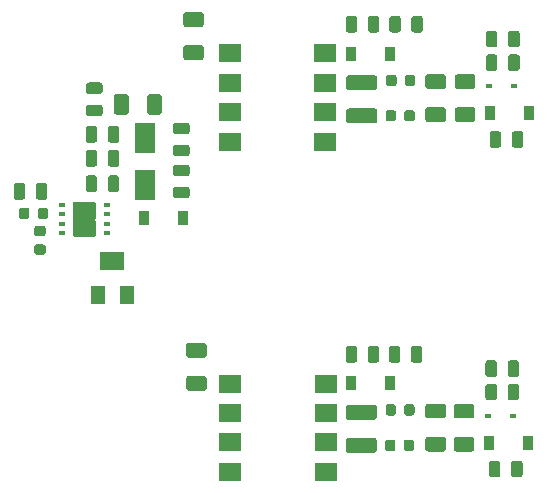
<source format=gbr>
G04 #@! TF.GenerationSoftware,KiCad,Pcbnew,5.1.5+dfsg1-2build2*
G04 #@! TF.CreationDate,2021-07-02T23:51:08+02:00*
G04 #@! TF.ProjectId,flyback_DCM,666c7962-6163-46b5-9f44-434d2e6b6963,rev?*
G04 #@! TF.SameCoordinates,Original*
G04 #@! TF.FileFunction,Paste,Top*
G04 #@! TF.FilePolarity,Positive*
%FSLAX46Y46*%
G04 Gerber Fmt 4.6, Leading zero omitted, Abs format (unit mm)*
G04 Created by KiCad (PCBNEW 5.1.5+dfsg1-2build2) date 2021-07-02 23:51:08*
%MOMM*%
%LPD*%
G04 APERTURE LIST*
%ADD10C,0.100000*%
%ADD11R,1.300000X1.600000*%
%ADD12R,2.000000X1.600000*%
%ADD13R,1.900000X1.600000*%
%ADD14R,1.980001X2.999999*%
%ADD15R,0.599999X0.299999*%
%ADD16R,1.800000X2.500000*%
%ADD17R,0.900000X1.200000*%
%ADD18R,0.600000X0.450000*%
G04 APERTURE END LIST*
D10*
G36*
X127875000Y-99892400D02*
G01*
X127875000Y-101097600D01*
X127873994Y-101107824D01*
X127871012Y-101117653D01*
X127866168Y-101126711D01*
X127859653Y-101134654D01*
X127851710Y-101141169D01*
X127842653Y-101146012D01*
X127832823Y-101148994D01*
X127822599Y-101150000D01*
X126177401Y-101150000D01*
X126167177Y-101148994D01*
X126157347Y-101146012D01*
X126148290Y-101141169D01*
X126140347Y-101134654D01*
X126133832Y-101126711D01*
X126128988Y-101117653D01*
X126126006Y-101107824D01*
X126125000Y-101097600D01*
X126125000Y-99892400D01*
X126126006Y-99882177D01*
X126128988Y-99872347D01*
X126133832Y-99863290D01*
X126140347Y-99855347D01*
X126148290Y-99848832D01*
X126157347Y-99843988D01*
X126167177Y-99841006D01*
X126177401Y-99840000D01*
X127822599Y-99840000D01*
X127832823Y-99841006D01*
X127842653Y-99843988D01*
X127851710Y-99848832D01*
X127859653Y-99855347D01*
X127866168Y-99863290D01*
X127871012Y-99872347D01*
X127873994Y-99882177D01*
X127875000Y-99892400D01*
G37*
X127875000Y-99892400D02*
X127875000Y-101097600D01*
X127873994Y-101107824D01*
X127871012Y-101117653D01*
X127866168Y-101126711D01*
X127859653Y-101134654D01*
X127851710Y-101141169D01*
X127842653Y-101146012D01*
X127832823Y-101148994D01*
X127822599Y-101150000D01*
X126177401Y-101150000D01*
X126167177Y-101148994D01*
X126157347Y-101146012D01*
X126148290Y-101141169D01*
X126140347Y-101134654D01*
X126133832Y-101126711D01*
X126128988Y-101117653D01*
X126126006Y-101107824D01*
X126125000Y-101097600D01*
X126125000Y-99892400D01*
X126126006Y-99882177D01*
X126128988Y-99872347D01*
X126133832Y-99863290D01*
X126140347Y-99855347D01*
X126148290Y-99848832D01*
X126157347Y-99843988D01*
X126167177Y-99841006D01*
X126177401Y-99840000D01*
X127822599Y-99840000D01*
X127832823Y-99841006D01*
X127842653Y-99843988D01*
X127851710Y-99848832D01*
X127859653Y-99855347D01*
X127866168Y-99863290D01*
X127871012Y-99872347D01*
X127873994Y-99882177D01*
X127875000Y-99892400D01*
G36*
X127875000Y-101402400D02*
G01*
X127875000Y-102607600D01*
X127873994Y-102617823D01*
X127871012Y-102627653D01*
X127866168Y-102636710D01*
X127859653Y-102644653D01*
X127851710Y-102651168D01*
X127842653Y-102656012D01*
X127832823Y-102658994D01*
X127822599Y-102660000D01*
X126177401Y-102660000D01*
X126167177Y-102658994D01*
X126157347Y-102656012D01*
X126148290Y-102651168D01*
X126140347Y-102644653D01*
X126133832Y-102636710D01*
X126128988Y-102627653D01*
X126126006Y-102617823D01*
X126125000Y-102607600D01*
X126125000Y-101402400D01*
X126126006Y-101392176D01*
X126128988Y-101382347D01*
X126133832Y-101373289D01*
X126140347Y-101365346D01*
X126148290Y-101358831D01*
X126157347Y-101353988D01*
X126167177Y-101351006D01*
X126177401Y-101350000D01*
X127822599Y-101350000D01*
X127832823Y-101351006D01*
X127842653Y-101353988D01*
X127851710Y-101358831D01*
X127859653Y-101365346D01*
X127866168Y-101373289D01*
X127871012Y-101382347D01*
X127873994Y-101392176D01*
X127875000Y-101402400D01*
G37*
X127875000Y-101402400D02*
X127875000Y-102607600D01*
X127873994Y-102617823D01*
X127871012Y-102627653D01*
X127866168Y-102636710D01*
X127859653Y-102644653D01*
X127851710Y-102651168D01*
X127842653Y-102656012D01*
X127832823Y-102658994D01*
X127822599Y-102660000D01*
X126177401Y-102660000D01*
X126167177Y-102658994D01*
X126157347Y-102656012D01*
X126148290Y-102651168D01*
X126140347Y-102644653D01*
X126133832Y-102636710D01*
X126128988Y-102627653D01*
X126126006Y-102617823D01*
X126125000Y-102607600D01*
X126125000Y-101402400D01*
X126126006Y-101392176D01*
X126128988Y-101382347D01*
X126133832Y-101373289D01*
X126140347Y-101365346D01*
X126148290Y-101358831D01*
X126157347Y-101353988D01*
X126167177Y-101351006D01*
X126177401Y-101350000D01*
X127822599Y-101350000D01*
X127832823Y-101351006D01*
X127842653Y-101353988D01*
X127851710Y-101358831D01*
X127859653Y-101365346D01*
X127866168Y-101373289D01*
X127871012Y-101382347D01*
X127873994Y-101392176D01*
X127875000Y-101402400D01*
D11*
X130632000Y-107700000D03*
D12*
X129382000Y-104800000D03*
D11*
X128132000Y-107700000D03*
D13*
X139324000Y-94685000D03*
X147424000Y-94685000D03*
X139324000Y-92195000D03*
X147424000Y-92195000D03*
X139324000Y-89705000D03*
X147424000Y-89705000D03*
X139324000Y-87215000D03*
X147424000Y-87215000D03*
X139350000Y-122640000D03*
X147450000Y-122640000D03*
X139350000Y-120150000D03*
X147450000Y-120150000D03*
X139350000Y-117660000D03*
X147450000Y-117660000D03*
X139350000Y-115170000D03*
X147450000Y-115170000D03*
D14*
X127000000Y-101250000D03*
D15*
X125100001Y-102450003D03*
X125100001Y-101650002D03*
X125100001Y-100850003D03*
X125100001Y-100050002D03*
X128899999Y-100050002D03*
X128899999Y-100850003D03*
X128899999Y-101650002D03*
X128899999Y-102450003D03*
D10*
G36*
X123527691Y-103388553D02*
G01*
X123548926Y-103391703D01*
X123569750Y-103396919D01*
X123589962Y-103404151D01*
X123609368Y-103413330D01*
X123627781Y-103424366D01*
X123645024Y-103437154D01*
X123660930Y-103451570D01*
X123675346Y-103467476D01*
X123688134Y-103484719D01*
X123699170Y-103503132D01*
X123708349Y-103522538D01*
X123715581Y-103542750D01*
X123720797Y-103563574D01*
X123723947Y-103584809D01*
X123725000Y-103606250D01*
X123725000Y-104043750D01*
X123723947Y-104065191D01*
X123720797Y-104086426D01*
X123715581Y-104107250D01*
X123708349Y-104127462D01*
X123699170Y-104146868D01*
X123688134Y-104165281D01*
X123675346Y-104182524D01*
X123660930Y-104198430D01*
X123645024Y-104212846D01*
X123627781Y-104225634D01*
X123609368Y-104236670D01*
X123589962Y-104245849D01*
X123569750Y-104253081D01*
X123548926Y-104258297D01*
X123527691Y-104261447D01*
X123506250Y-104262500D01*
X122993750Y-104262500D01*
X122972309Y-104261447D01*
X122951074Y-104258297D01*
X122930250Y-104253081D01*
X122910038Y-104245849D01*
X122890632Y-104236670D01*
X122872219Y-104225634D01*
X122854976Y-104212846D01*
X122839070Y-104198430D01*
X122824654Y-104182524D01*
X122811866Y-104165281D01*
X122800830Y-104146868D01*
X122791651Y-104127462D01*
X122784419Y-104107250D01*
X122779203Y-104086426D01*
X122776053Y-104065191D01*
X122775000Y-104043750D01*
X122775000Y-103606250D01*
X122776053Y-103584809D01*
X122779203Y-103563574D01*
X122784419Y-103542750D01*
X122791651Y-103522538D01*
X122800830Y-103503132D01*
X122811866Y-103484719D01*
X122824654Y-103467476D01*
X122839070Y-103451570D01*
X122854976Y-103437154D01*
X122872219Y-103424366D01*
X122890632Y-103413330D01*
X122910038Y-103404151D01*
X122930250Y-103396919D01*
X122951074Y-103391703D01*
X122972309Y-103388553D01*
X122993750Y-103387500D01*
X123506250Y-103387500D01*
X123527691Y-103388553D01*
G37*
G36*
X123527691Y-101813553D02*
G01*
X123548926Y-101816703D01*
X123569750Y-101821919D01*
X123589962Y-101829151D01*
X123609368Y-101838330D01*
X123627781Y-101849366D01*
X123645024Y-101862154D01*
X123660930Y-101876570D01*
X123675346Y-101892476D01*
X123688134Y-101909719D01*
X123699170Y-101928132D01*
X123708349Y-101947538D01*
X123715581Y-101967750D01*
X123720797Y-101988574D01*
X123723947Y-102009809D01*
X123725000Y-102031250D01*
X123725000Y-102468750D01*
X123723947Y-102490191D01*
X123720797Y-102511426D01*
X123715581Y-102532250D01*
X123708349Y-102552462D01*
X123699170Y-102571868D01*
X123688134Y-102590281D01*
X123675346Y-102607524D01*
X123660930Y-102623430D01*
X123645024Y-102637846D01*
X123627781Y-102650634D01*
X123609368Y-102661670D01*
X123589962Y-102670849D01*
X123569750Y-102678081D01*
X123548926Y-102683297D01*
X123527691Y-102686447D01*
X123506250Y-102687500D01*
X122993750Y-102687500D01*
X122972309Y-102686447D01*
X122951074Y-102683297D01*
X122930250Y-102678081D01*
X122910038Y-102670849D01*
X122890632Y-102661670D01*
X122872219Y-102650634D01*
X122854976Y-102637846D01*
X122839070Y-102623430D01*
X122824654Y-102607524D01*
X122811866Y-102590281D01*
X122800830Y-102571868D01*
X122791651Y-102552462D01*
X122784419Y-102532250D01*
X122779203Y-102511426D01*
X122776053Y-102490191D01*
X122775000Y-102468750D01*
X122775000Y-102031250D01*
X122776053Y-102009809D01*
X122779203Y-101988574D01*
X122784419Y-101967750D01*
X122791651Y-101947538D01*
X122800830Y-101928132D01*
X122811866Y-101909719D01*
X122824654Y-101892476D01*
X122839070Y-101876570D01*
X122854976Y-101862154D01*
X122872219Y-101849366D01*
X122890632Y-101838330D01*
X122910038Y-101829151D01*
X122930250Y-101821919D01*
X122951074Y-101816703D01*
X122972309Y-101813553D01*
X122993750Y-101812500D01*
X123506250Y-101812500D01*
X123527691Y-101813553D01*
G37*
G36*
X122165191Y-100276053D02*
G01*
X122186426Y-100279203D01*
X122207250Y-100284419D01*
X122227462Y-100291651D01*
X122246868Y-100300830D01*
X122265281Y-100311866D01*
X122282524Y-100324654D01*
X122298430Y-100339070D01*
X122312846Y-100354976D01*
X122325634Y-100372219D01*
X122336670Y-100390632D01*
X122345849Y-100410038D01*
X122353081Y-100430250D01*
X122358297Y-100451074D01*
X122361447Y-100472309D01*
X122362500Y-100493750D01*
X122362500Y-101006250D01*
X122361447Y-101027691D01*
X122358297Y-101048926D01*
X122353081Y-101069750D01*
X122345849Y-101089962D01*
X122336670Y-101109368D01*
X122325634Y-101127781D01*
X122312846Y-101145024D01*
X122298430Y-101160930D01*
X122282524Y-101175346D01*
X122265281Y-101188134D01*
X122246868Y-101199170D01*
X122227462Y-101208349D01*
X122207250Y-101215581D01*
X122186426Y-101220797D01*
X122165191Y-101223947D01*
X122143750Y-101225000D01*
X121706250Y-101225000D01*
X121684809Y-101223947D01*
X121663574Y-101220797D01*
X121642750Y-101215581D01*
X121622538Y-101208349D01*
X121603132Y-101199170D01*
X121584719Y-101188134D01*
X121567476Y-101175346D01*
X121551570Y-101160930D01*
X121537154Y-101145024D01*
X121524366Y-101127781D01*
X121513330Y-101109368D01*
X121504151Y-101089962D01*
X121496919Y-101069750D01*
X121491703Y-101048926D01*
X121488553Y-101027691D01*
X121487500Y-101006250D01*
X121487500Y-100493750D01*
X121488553Y-100472309D01*
X121491703Y-100451074D01*
X121496919Y-100430250D01*
X121504151Y-100410038D01*
X121513330Y-100390632D01*
X121524366Y-100372219D01*
X121537154Y-100354976D01*
X121551570Y-100339070D01*
X121567476Y-100324654D01*
X121584719Y-100311866D01*
X121603132Y-100300830D01*
X121622538Y-100291651D01*
X121642750Y-100284419D01*
X121663574Y-100279203D01*
X121684809Y-100276053D01*
X121706250Y-100275000D01*
X122143750Y-100275000D01*
X122165191Y-100276053D01*
G37*
G36*
X123740191Y-100276053D02*
G01*
X123761426Y-100279203D01*
X123782250Y-100284419D01*
X123802462Y-100291651D01*
X123821868Y-100300830D01*
X123840281Y-100311866D01*
X123857524Y-100324654D01*
X123873430Y-100339070D01*
X123887846Y-100354976D01*
X123900634Y-100372219D01*
X123911670Y-100390632D01*
X123920849Y-100410038D01*
X123928081Y-100430250D01*
X123933297Y-100451074D01*
X123936447Y-100472309D01*
X123937500Y-100493750D01*
X123937500Y-101006250D01*
X123936447Y-101027691D01*
X123933297Y-101048926D01*
X123928081Y-101069750D01*
X123920849Y-101089962D01*
X123911670Y-101109368D01*
X123900634Y-101127781D01*
X123887846Y-101145024D01*
X123873430Y-101160930D01*
X123857524Y-101175346D01*
X123840281Y-101188134D01*
X123821868Y-101199170D01*
X123802462Y-101208349D01*
X123782250Y-101215581D01*
X123761426Y-101220797D01*
X123740191Y-101223947D01*
X123718750Y-101225000D01*
X123281250Y-101225000D01*
X123259809Y-101223947D01*
X123238574Y-101220797D01*
X123217750Y-101215581D01*
X123197538Y-101208349D01*
X123178132Y-101199170D01*
X123159719Y-101188134D01*
X123142476Y-101175346D01*
X123126570Y-101160930D01*
X123112154Y-101145024D01*
X123099366Y-101127781D01*
X123088330Y-101109368D01*
X123079151Y-101089962D01*
X123071919Y-101069750D01*
X123066703Y-101048926D01*
X123063553Y-101027691D01*
X123062500Y-101006250D01*
X123062500Y-100493750D01*
X123063553Y-100472309D01*
X123066703Y-100451074D01*
X123071919Y-100430250D01*
X123079151Y-100410038D01*
X123088330Y-100390632D01*
X123099366Y-100372219D01*
X123112154Y-100354976D01*
X123126570Y-100339070D01*
X123142476Y-100324654D01*
X123159719Y-100311866D01*
X123178132Y-100300830D01*
X123197538Y-100291651D01*
X123217750Y-100284419D01*
X123238574Y-100279203D01*
X123259809Y-100276053D01*
X123281250Y-100275000D01*
X123718750Y-100275000D01*
X123740191Y-100276053D01*
G37*
G36*
X128338142Y-91551674D02*
G01*
X128361803Y-91555184D01*
X128385007Y-91560996D01*
X128407529Y-91569054D01*
X128429153Y-91579282D01*
X128449670Y-91591579D01*
X128468883Y-91605829D01*
X128486607Y-91621893D01*
X128502671Y-91639617D01*
X128516921Y-91658830D01*
X128529218Y-91679347D01*
X128539446Y-91700971D01*
X128547504Y-91723493D01*
X128553316Y-91746697D01*
X128556826Y-91770358D01*
X128558000Y-91794250D01*
X128558000Y-92281750D01*
X128556826Y-92305642D01*
X128553316Y-92329303D01*
X128547504Y-92352507D01*
X128539446Y-92375029D01*
X128529218Y-92396653D01*
X128516921Y-92417170D01*
X128502671Y-92436383D01*
X128486607Y-92454107D01*
X128468883Y-92470171D01*
X128449670Y-92484421D01*
X128429153Y-92496718D01*
X128407529Y-92506946D01*
X128385007Y-92515004D01*
X128361803Y-92520816D01*
X128338142Y-92524326D01*
X128314250Y-92525500D01*
X127401750Y-92525500D01*
X127377858Y-92524326D01*
X127354197Y-92520816D01*
X127330993Y-92515004D01*
X127308471Y-92506946D01*
X127286847Y-92496718D01*
X127266330Y-92484421D01*
X127247117Y-92470171D01*
X127229393Y-92454107D01*
X127213329Y-92436383D01*
X127199079Y-92417170D01*
X127186782Y-92396653D01*
X127176554Y-92375029D01*
X127168496Y-92352507D01*
X127162684Y-92329303D01*
X127159174Y-92305642D01*
X127158000Y-92281750D01*
X127158000Y-91794250D01*
X127159174Y-91770358D01*
X127162684Y-91746697D01*
X127168496Y-91723493D01*
X127176554Y-91700971D01*
X127186782Y-91679347D01*
X127199079Y-91658830D01*
X127213329Y-91639617D01*
X127229393Y-91621893D01*
X127247117Y-91605829D01*
X127266330Y-91591579D01*
X127286847Y-91579282D01*
X127308471Y-91569054D01*
X127330993Y-91560996D01*
X127354197Y-91555184D01*
X127377858Y-91551674D01*
X127401750Y-91550500D01*
X128314250Y-91550500D01*
X128338142Y-91551674D01*
G37*
G36*
X128338142Y-89676674D02*
G01*
X128361803Y-89680184D01*
X128385007Y-89685996D01*
X128407529Y-89694054D01*
X128429153Y-89704282D01*
X128449670Y-89716579D01*
X128468883Y-89730829D01*
X128486607Y-89746893D01*
X128502671Y-89764617D01*
X128516921Y-89783830D01*
X128529218Y-89804347D01*
X128539446Y-89825971D01*
X128547504Y-89848493D01*
X128553316Y-89871697D01*
X128556826Y-89895358D01*
X128558000Y-89919250D01*
X128558000Y-90406750D01*
X128556826Y-90430642D01*
X128553316Y-90454303D01*
X128547504Y-90477507D01*
X128539446Y-90500029D01*
X128529218Y-90521653D01*
X128516921Y-90542170D01*
X128502671Y-90561383D01*
X128486607Y-90579107D01*
X128468883Y-90595171D01*
X128449670Y-90609421D01*
X128429153Y-90621718D01*
X128407529Y-90631946D01*
X128385007Y-90640004D01*
X128361803Y-90645816D01*
X128338142Y-90649326D01*
X128314250Y-90650500D01*
X127401750Y-90650500D01*
X127377858Y-90649326D01*
X127354197Y-90645816D01*
X127330993Y-90640004D01*
X127308471Y-90631946D01*
X127286847Y-90621718D01*
X127266330Y-90609421D01*
X127247117Y-90595171D01*
X127229393Y-90579107D01*
X127213329Y-90561383D01*
X127199079Y-90542170D01*
X127186782Y-90521653D01*
X127176554Y-90500029D01*
X127168496Y-90477507D01*
X127162684Y-90454303D01*
X127159174Y-90430642D01*
X127158000Y-90406750D01*
X127158000Y-89919250D01*
X127159174Y-89895358D01*
X127162684Y-89871697D01*
X127168496Y-89848493D01*
X127176554Y-89825971D01*
X127186782Y-89804347D01*
X127199079Y-89783830D01*
X127213329Y-89764617D01*
X127229393Y-89746893D01*
X127247117Y-89730829D01*
X127266330Y-89716579D01*
X127286847Y-89704282D01*
X127308471Y-89694054D01*
X127330993Y-89685996D01*
X127354197Y-89680184D01*
X127377858Y-89676674D01*
X127401750Y-89675500D01*
X128314250Y-89675500D01*
X128338142Y-89676674D01*
G37*
G36*
X136899504Y-83726204D02*
G01*
X136923773Y-83729804D01*
X136947571Y-83735765D01*
X136970671Y-83744030D01*
X136992849Y-83754520D01*
X137013893Y-83767133D01*
X137033598Y-83781747D01*
X137051777Y-83798223D01*
X137068253Y-83816402D01*
X137082867Y-83836107D01*
X137095480Y-83857151D01*
X137105970Y-83879329D01*
X137114235Y-83902429D01*
X137120196Y-83926227D01*
X137123796Y-83950496D01*
X137125000Y-83975000D01*
X137125000Y-84725000D01*
X137123796Y-84749504D01*
X137120196Y-84773773D01*
X137114235Y-84797571D01*
X137105970Y-84820671D01*
X137095480Y-84842849D01*
X137082867Y-84863893D01*
X137068253Y-84883598D01*
X137051777Y-84901777D01*
X137033598Y-84918253D01*
X137013893Y-84932867D01*
X136992849Y-84945480D01*
X136970671Y-84955970D01*
X136947571Y-84964235D01*
X136923773Y-84970196D01*
X136899504Y-84973796D01*
X136875000Y-84975000D01*
X135625000Y-84975000D01*
X135600496Y-84973796D01*
X135576227Y-84970196D01*
X135552429Y-84964235D01*
X135529329Y-84955970D01*
X135507151Y-84945480D01*
X135486107Y-84932867D01*
X135466402Y-84918253D01*
X135448223Y-84901777D01*
X135431747Y-84883598D01*
X135417133Y-84863893D01*
X135404520Y-84842849D01*
X135394030Y-84820671D01*
X135385765Y-84797571D01*
X135379804Y-84773773D01*
X135376204Y-84749504D01*
X135375000Y-84725000D01*
X135375000Y-83975000D01*
X135376204Y-83950496D01*
X135379804Y-83926227D01*
X135385765Y-83902429D01*
X135394030Y-83879329D01*
X135404520Y-83857151D01*
X135417133Y-83836107D01*
X135431747Y-83816402D01*
X135448223Y-83798223D01*
X135466402Y-83781747D01*
X135486107Y-83767133D01*
X135507151Y-83754520D01*
X135529329Y-83744030D01*
X135552429Y-83735765D01*
X135576227Y-83729804D01*
X135600496Y-83726204D01*
X135625000Y-83725000D01*
X136875000Y-83725000D01*
X136899504Y-83726204D01*
G37*
G36*
X136899504Y-86526204D02*
G01*
X136923773Y-86529804D01*
X136947571Y-86535765D01*
X136970671Y-86544030D01*
X136992849Y-86554520D01*
X137013893Y-86567133D01*
X137033598Y-86581747D01*
X137051777Y-86598223D01*
X137068253Y-86616402D01*
X137082867Y-86636107D01*
X137095480Y-86657151D01*
X137105970Y-86679329D01*
X137114235Y-86702429D01*
X137120196Y-86726227D01*
X137123796Y-86750496D01*
X137125000Y-86775000D01*
X137125000Y-87525000D01*
X137123796Y-87549504D01*
X137120196Y-87573773D01*
X137114235Y-87597571D01*
X137105970Y-87620671D01*
X137095480Y-87642849D01*
X137082867Y-87663893D01*
X137068253Y-87683598D01*
X137051777Y-87701777D01*
X137033598Y-87718253D01*
X137013893Y-87732867D01*
X136992849Y-87745480D01*
X136970671Y-87755970D01*
X136947571Y-87764235D01*
X136923773Y-87770196D01*
X136899504Y-87773796D01*
X136875000Y-87775000D01*
X135625000Y-87775000D01*
X135600496Y-87773796D01*
X135576227Y-87770196D01*
X135552429Y-87764235D01*
X135529329Y-87755970D01*
X135507151Y-87745480D01*
X135486107Y-87732867D01*
X135466402Y-87718253D01*
X135448223Y-87701777D01*
X135431747Y-87683598D01*
X135417133Y-87663893D01*
X135404520Y-87642849D01*
X135394030Y-87620671D01*
X135385765Y-87597571D01*
X135379804Y-87573773D01*
X135376204Y-87549504D01*
X135375000Y-87525000D01*
X135375000Y-86775000D01*
X135376204Y-86750496D01*
X135379804Y-86726227D01*
X135385765Y-86702429D01*
X135394030Y-86679329D01*
X135404520Y-86657151D01*
X135417133Y-86636107D01*
X135431747Y-86616402D01*
X135448223Y-86598223D01*
X135466402Y-86581747D01*
X135486107Y-86567133D01*
X135507151Y-86554520D01*
X135529329Y-86544030D01*
X135552429Y-86535765D01*
X135576227Y-86529804D01*
X135600496Y-86526204D01*
X135625000Y-86525000D01*
X136875000Y-86525000D01*
X136899504Y-86526204D01*
G37*
G36*
X137149504Y-114526204D02*
G01*
X137173773Y-114529804D01*
X137197571Y-114535765D01*
X137220671Y-114544030D01*
X137242849Y-114554520D01*
X137263893Y-114567133D01*
X137283598Y-114581747D01*
X137301777Y-114598223D01*
X137318253Y-114616402D01*
X137332867Y-114636107D01*
X137345480Y-114657151D01*
X137355970Y-114679329D01*
X137364235Y-114702429D01*
X137370196Y-114726227D01*
X137373796Y-114750496D01*
X137375000Y-114775000D01*
X137375000Y-115525000D01*
X137373796Y-115549504D01*
X137370196Y-115573773D01*
X137364235Y-115597571D01*
X137355970Y-115620671D01*
X137345480Y-115642849D01*
X137332867Y-115663893D01*
X137318253Y-115683598D01*
X137301777Y-115701777D01*
X137283598Y-115718253D01*
X137263893Y-115732867D01*
X137242849Y-115745480D01*
X137220671Y-115755970D01*
X137197571Y-115764235D01*
X137173773Y-115770196D01*
X137149504Y-115773796D01*
X137125000Y-115775000D01*
X135875000Y-115775000D01*
X135850496Y-115773796D01*
X135826227Y-115770196D01*
X135802429Y-115764235D01*
X135779329Y-115755970D01*
X135757151Y-115745480D01*
X135736107Y-115732867D01*
X135716402Y-115718253D01*
X135698223Y-115701777D01*
X135681747Y-115683598D01*
X135667133Y-115663893D01*
X135654520Y-115642849D01*
X135644030Y-115620671D01*
X135635765Y-115597571D01*
X135629804Y-115573773D01*
X135626204Y-115549504D01*
X135625000Y-115525000D01*
X135625000Y-114775000D01*
X135626204Y-114750496D01*
X135629804Y-114726227D01*
X135635765Y-114702429D01*
X135644030Y-114679329D01*
X135654520Y-114657151D01*
X135667133Y-114636107D01*
X135681747Y-114616402D01*
X135698223Y-114598223D01*
X135716402Y-114581747D01*
X135736107Y-114567133D01*
X135757151Y-114554520D01*
X135779329Y-114544030D01*
X135802429Y-114535765D01*
X135826227Y-114529804D01*
X135850496Y-114526204D01*
X135875000Y-114525000D01*
X137125000Y-114525000D01*
X137149504Y-114526204D01*
G37*
G36*
X137149504Y-111726204D02*
G01*
X137173773Y-111729804D01*
X137197571Y-111735765D01*
X137220671Y-111744030D01*
X137242849Y-111754520D01*
X137263893Y-111767133D01*
X137283598Y-111781747D01*
X137301777Y-111798223D01*
X137318253Y-111816402D01*
X137332867Y-111836107D01*
X137345480Y-111857151D01*
X137355970Y-111879329D01*
X137364235Y-111902429D01*
X137370196Y-111926227D01*
X137373796Y-111950496D01*
X137375000Y-111975000D01*
X137375000Y-112725000D01*
X137373796Y-112749504D01*
X137370196Y-112773773D01*
X137364235Y-112797571D01*
X137355970Y-112820671D01*
X137345480Y-112842849D01*
X137332867Y-112863893D01*
X137318253Y-112883598D01*
X137301777Y-112901777D01*
X137283598Y-112918253D01*
X137263893Y-112932867D01*
X137242849Y-112945480D01*
X137220671Y-112955970D01*
X137197571Y-112964235D01*
X137173773Y-112970196D01*
X137149504Y-112973796D01*
X137125000Y-112975000D01*
X135875000Y-112975000D01*
X135850496Y-112973796D01*
X135826227Y-112970196D01*
X135802429Y-112964235D01*
X135779329Y-112955970D01*
X135757151Y-112945480D01*
X135736107Y-112932867D01*
X135716402Y-112918253D01*
X135698223Y-112901777D01*
X135681747Y-112883598D01*
X135667133Y-112863893D01*
X135654520Y-112842849D01*
X135644030Y-112820671D01*
X135635765Y-112797571D01*
X135629804Y-112773773D01*
X135626204Y-112749504D01*
X135625000Y-112725000D01*
X135625000Y-111975000D01*
X135626204Y-111950496D01*
X135629804Y-111926227D01*
X135635765Y-111902429D01*
X135644030Y-111879329D01*
X135654520Y-111857151D01*
X135667133Y-111836107D01*
X135681747Y-111816402D01*
X135698223Y-111798223D01*
X135716402Y-111781747D01*
X135736107Y-111767133D01*
X135757151Y-111754520D01*
X135779329Y-111744030D01*
X135802429Y-111735765D01*
X135826227Y-111729804D01*
X135850496Y-111726204D01*
X135875000Y-111725000D01*
X137125000Y-111725000D01*
X137149504Y-111726204D01*
G37*
G36*
X129746642Y-95403174D02*
G01*
X129770303Y-95406684D01*
X129793507Y-95412496D01*
X129816029Y-95420554D01*
X129837653Y-95430782D01*
X129858170Y-95443079D01*
X129877383Y-95457329D01*
X129895107Y-95473393D01*
X129911171Y-95491117D01*
X129925421Y-95510330D01*
X129937718Y-95530847D01*
X129947946Y-95552471D01*
X129956004Y-95574993D01*
X129961816Y-95598197D01*
X129965326Y-95621858D01*
X129966500Y-95645750D01*
X129966500Y-96558250D01*
X129965326Y-96582142D01*
X129961816Y-96605803D01*
X129956004Y-96629007D01*
X129947946Y-96651529D01*
X129937718Y-96673153D01*
X129925421Y-96693670D01*
X129911171Y-96712883D01*
X129895107Y-96730607D01*
X129877383Y-96746671D01*
X129858170Y-96760921D01*
X129837653Y-96773218D01*
X129816029Y-96783446D01*
X129793507Y-96791504D01*
X129770303Y-96797316D01*
X129746642Y-96800826D01*
X129722750Y-96802000D01*
X129235250Y-96802000D01*
X129211358Y-96800826D01*
X129187697Y-96797316D01*
X129164493Y-96791504D01*
X129141971Y-96783446D01*
X129120347Y-96773218D01*
X129099830Y-96760921D01*
X129080617Y-96746671D01*
X129062893Y-96730607D01*
X129046829Y-96712883D01*
X129032579Y-96693670D01*
X129020282Y-96673153D01*
X129010054Y-96651529D01*
X129001996Y-96629007D01*
X128996184Y-96605803D01*
X128992674Y-96582142D01*
X128991500Y-96558250D01*
X128991500Y-95645750D01*
X128992674Y-95621858D01*
X128996184Y-95598197D01*
X129001996Y-95574993D01*
X129010054Y-95552471D01*
X129020282Y-95530847D01*
X129032579Y-95510330D01*
X129046829Y-95491117D01*
X129062893Y-95473393D01*
X129080617Y-95457329D01*
X129099830Y-95443079D01*
X129120347Y-95430782D01*
X129141971Y-95420554D01*
X129164493Y-95412496D01*
X129187697Y-95406684D01*
X129211358Y-95403174D01*
X129235250Y-95402000D01*
X129722750Y-95402000D01*
X129746642Y-95403174D01*
G37*
G36*
X127871642Y-95403174D02*
G01*
X127895303Y-95406684D01*
X127918507Y-95412496D01*
X127941029Y-95420554D01*
X127962653Y-95430782D01*
X127983170Y-95443079D01*
X128002383Y-95457329D01*
X128020107Y-95473393D01*
X128036171Y-95491117D01*
X128050421Y-95510330D01*
X128062718Y-95530847D01*
X128072946Y-95552471D01*
X128081004Y-95574993D01*
X128086816Y-95598197D01*
X128090326Y-95621858D01*
X128091500Y-95645750D01*
X128091500Y-96558250D01*
X128090326Y-96582142D01*
X128086816Y-96605803D01*
X128081004Y-96629007D01*
X128072946Y-96651529D01*
X128062718Y-96673153D01*
X128050421Y-96693670D01*
X128036171Y-96712883D01*
X128020107Y-96730607D01*
X128002383Y-96746671D01*
X127983170Y-96760921D01*
X127962653Y-96773218D01*
X127941029Y-96783446D01*
X127918507Y-96791504D01*
X127895303Y-96797316D01*
X127871642Y-96800826D01*
X127847750Y-96802000D01*
X127360250Y-96802000D01*
X127336358Y-96800826D01*
X127312697Y-96797316D01*
X127289493Y-96791504D01*
X127266971Y-96783446D01*
X127245347Y-96773218D01*
X127224830Y-96760921D01*
X127205617Y-96746671D01*
X127187893Y-96730607D01*
X127171829Y-96712883D01*
X127157579Y-96693670D01*
X127145282Y-96673153D01*
X127135054Y-96651529D01*
X127126996Y-96629007D01*
X127121184Y-96605803D01*
X127117674Y-96582142D01*
X127116500Y-96558250D01*
X127116500Y-95645750D01*
X127117674Y-95621858D01*
X127121184Y-95598197D01*
X127126996Y-95574993D01*
X127135054Y-95552471D01*
X127145282Y-95530847D01*
X127157579Y-95510330D01*
X127171829Y-95491117D01*
X127187893Y-95473393D01*
X127205617Y-95457329D01*
X127224830Y-95443079D01*
X127245347Y-95430782D01*
X127266971Y-95420554D01*
X127289493Y-95412496D01*
X127312697Y-95406684D01*
X127336358Y-95403174D01*
X127360250Y-95402000D01*
X127847750Y-95402000D01*
X127871642Y-95403174D01*
G37*
G36*
X129746642Y-93371174D02*
G01*
X129770303Y-93374684D01*
X129793507Y-93380496D01*
X129816029Y-93388554D01*
X129837653Y-93398782D01*
X129858170Y-93411079D01*
X129877383Y-93425329D01*
X129895107Y-93441393D01*
X129911171Y-93459117D01*
X129925421Y-93478330D01*
X129937718Y-93498847D01*
X129947946Y-93520471D01*
X129956004Y-93542993D01*
X129961816Y-93566197D01*
X129965326Y-93589858D01*
X129966500Y-93613750D01*
X129966500Y-94526250D01*
X129965326Y-94550142D01*
X129961816Y-94573803D01*
X129956004Y-94597007D01*
X129947946Y-94619529D01*
X129937718Y-94641153D01*
X129925421Y-94661670D01*
X129911171Y-94680883D01*
X129895107Y-94698607D01*
X129877383Y-94714671D01*
X129858170Y-94728921D01*
X129837653Y-94741218D01*
X129816029Y-94751446D01*
X129793507Y-94759504D01*
X129770303Y-94765316D01*
X129746642Y-94768826D01*
X129722750Y-94770000D01*
X129235250Y-94770000D01*
X129211358Y-94768826D01*
X129187697Y-94765316D01*
X129164493Y-94759504D01*
X129141971Y-94751446D01*
X129120347Y-94741218D01*
X129099830Y-94728921D01*
X129080617Y-94714671D01*
X129062893Y-94698607D01*
X129046829Y-94680883D01*
X129032579Y-94661670D01*
X129020282Y-94641153D01*
X129010054Y-94619529D01*
X129001996Y-94597007D01*
X128996184Y-94573803D01*
X128992674Y-94550142D01*
X128991500Y-94526250D01*
X128991500Y-93613750D01*
X128992674Y-93589858D01*
X128996184Y-93566197D01*
X129001996Y-93542993D01*
X129010054Y-93520471D01*
X129020282Y-93498847D01*
X129032579Y-93478330D01*
X129046829Y-93459117D01*
X129062893Y-93441393D01*
X129080617Y-93425329D01*
X129099830Y-93411079D01*
X129120347Y-93398782D01*
X129141971Y-93388554D01*
X129164493Y-93380496D01*
X129187697Y-93374684D01*
X129211358Y-93371174D01*
X129235250Y-93370000D01*
X129722750Y-93370000D01*
X129746642Y-93371174D01*
G37*
G36*
X127871642Y-93371174D02*
G01*
X127895303Y-93374684D01*
X127918507Y-93380496D01*
X127941029Y-93388554D01*
X127962653Y-93398782D01*
X127983170Y-93411079D01*
X128002383Y-93425329D01*
X128020107Y-93441393D01*
X128036171Y-93459117D01*
X128050421Y-93478330D01*
X128062718Y-93498847D01*
X128072946Y-93520471D01*
X128081004Y-93542993D01*
X128086816Y-93566197D01*
X128090326Y-93589858D01*
X128091500Y-93613750D01*
X128091500Y-94526250D01*
X128090326Y-94550142D01*
X128086816Y-94573803D01*
X128081004Y-94597007D01*
X128072946Y-94619529D01*
X128062718Y-94641153D01*
X128050421Y-94661670D01*
X128036171Y-94680883D01*
X128020107Y-94698607D01*
X128002383Y-94714671D01*
X127983170Y-94728921D01*
X127962653Y-94741218D01*
X127941029Y-94751446D01*
X127918507Y-94759504D01*
X127895303Y-94765316D01*
X127871642Y-94768826D01*
X127847750Y-94770000D01*
X127360250Y-94770000D01*
X127336358Y-94768826D01*
X127312697Y-94765316D01*
X127289493Y-94759504D01*
X127266971Y-94751446D01*
X127245347Y-94741218D01*
X127224830Y-94728921D01*
X127205617Y-94714671D01*
X127187893Y-94698607D01*
X127171829Y-94680883D01*
X127157579Y-94661670D01*
X127145282Y-94641153D01*
X127135054Y-94619529D01*
X127126996Y-94597007D01*
X127121184Y-94573803D01*
X127117674Y-94550142D01*
X127116500Y-94526250D01*
X127116500Y-93613750D01*
X127117674Y-93589858D01*
X127121184Y-93566197D01*
X127126996Y-93542993D01*
X127135054Y-93520471D01*
X127145282Y-93498847D01*
X127157579Y-93478330D01*
X127171829Y-93459117D01*
X127187893Y-93441393D01*
X127205617Y-93425329D01*
X127224830Y-93411079D01*
X127245347Y-93398782D01*
X127266971Y-93388554D01*
X127289493Y-93380496D01*
X127312697Y-93374684D01*
X127336358Y-93371174D01*
X127360250Y-93370000D01*
X127847750Y-93370000D01*
X127871642Y-93371174D01*
G37*
G36*
X135704142Y-94950674D02*
G01*
X135727803Y-94954184D01*
X135751007Y-94959996D01*
X135773529Y-94968054D01*
X135795153Y-94978282D01*
X135815670Y-94990579D01*
X135834883Y-95004829D01*
X135852607Y-95020893D01*
X135868671Y-95038617D01*
X135882921Y-95057830D01*
X135895218Y-95078347D01*
X135905446Y-95099971D01*
X135913504Y-95122493D01*
X135919316Y-95145697D01*
X135922826Y-95169358D01*
X135924000Y-95193250D01*
X135924000Y-95680750D01*
X135922826Y-95704642D01*
X135919316Y-95728303D01*
X135913504Y-95751507D01*
X135905446Y-95774029D01*
X135895218Y-95795653D01*
X135882921Y-95816170D01*
X135868671Y-95835383D01*
X135852607Y-95853107D01*
X135834883Y-95869171D01*
X135815670Y-95883421D01*
X135795153Y-95895718D01*
X135773529Y-95905946D01*
X135751007Y-95914004D01*
X135727803Y-95919816D01*
X135704142Y-95923326D01*
X135680250Y-95924500D01*
X134767750Y-95924500D01*
X134743858Y-95923326D01*
X134720197Y-95919816D01*
X134696993Y-95914004D01*
X134674471Y-95905946D01*
X134652847Y-95895718D01*
X134632330Y-95883421D01*
X134613117Y-95869171D01*
X134595393Y-95853107D01*
X134579329Y-95835383D01*
X134565079Y-95816170D01*
X134552782Y-95795653D01*
X134542554Y-95774029D01*
X134534496Y-95751507D01*
X134528684Y-95728303D01*
X134525174Y-95704642D01*
X134524000Y-95680750D01*
X134524000Y-95193250D01*
X134525174Y-95169358D01*
X134528684Y-95145697D01*
X134534496Y-95122493D01*
X134542554Y-95099971D01*
X134552782Y-95078347D01*
X134565079Y-95057830D01*
X134579329Y-95038617D01*
X134595393Y-95020893D01*
X134613117Y-95004829D01*
X134632330Y-94990579D01*
X134652847Y-94978282D01*
X134674471Y-94968054D01*
X134696993Y-94959996D01*
X134720197Y-94954184D01*
X134743858Y-94950674D01*
X134767750Y-94949500D01*
X135680250Y-94949500D01*
X135704142Y-94950674D01*
G37*
G36*
X135704142Y-93075674D02*
G01*
X135727803Y-93079184D01*
X135751007Y-93084996D01*
X135773529Y-93093054D01*
X135795153Y-93103282D01*
X135815670Y-93115579D01*
X135834883Y-93129829D01*
X135852607Y-93145893D01*
X135868671Y-93163617D01*
X135882921Y-93182830D01*
X135895218Y-93203347D01*
X135905446Y-93224971D01*
X135913504Y-93247493D01*
X135919316Y-93270697D01*
X135922826Y-93294358D01*
X135924000Y-93318250D01*
X135924000Y-93805750D01*
X135922826Y-93829642D01*
X135919316Y-93853303D01*
X135913504Y-93876507D01*
X135905446Y-93899029D01*
X135895218Y-93920653D01*
X135882921Y-93941170D01*
X135868671Y-93960383D01*
X135852607Y-93978107D01*
X135834883Y-93994171D01*
X135815670Y-94008421D01*
X135795153Y-94020718D01*
X135773529Y-94030946D01*
X135751007Y-94039004D01*
X135727803Y-94044816D01*
X135704142Y-94048326D01*
X135680250Y-94049500D01*
X134767750Y-94049500D01*
X134743858Y-94048326D01*
X134720197Y-94044816D01*
X134696993Y-94039004D01*
X134674471Y-94030946D01*
X134652847Y-94020718D01*
X134632330Y-94008421D01*
X134613117Y-93994171D01*
X134595393Y-93978107D01*
X134579329Y-93960383D01*
X134565079Y-93941170D01*
X134552782Y-93920653D01*
X134542554Y-93899029D01*
X134534496Y-93876507D01*
X134528684Y-93853303D01*
X134525174Y-93829642D01*
X134524000Y-93805750D01*
X134524000Y-93318250D01*
X134525174Y-93294358D01*
X134528684Y-93270697D01*
X134534496Y-93247493D01*
X134542554Y-93224971D01*
X134552782Y-93203347D01*
X134565079Y-93182830D01*
X134579329Y-93163617D01*
X134595393Y-93145893D01*
X134613117Y-93129829D01*
X134632330Y-93115579D01*
X134652847Y-93103282D01*
X134674471Y-93093054D01*
X134696993Y-93084996D01*
X134720197Y-93079184D01*
X134743858Y-93075674D01*
X134767750Y-93074500D01*
X135680250Y-93074500D01*
X135704142Y-93075674D01*
G37*
G36*
X123650642Y-98197174D02*
G01*
X123674303Y-98200684D01*
X123697507Y-98206496D01*
X123720029Y-98214554D01*
X123741653Y-98224782D01*
X123762170Y-98237079D01*
X123781383Y-98251329D01*
X123799107Y-98267393D01*
X123815171Y-98285117D01*
X123829421Y-98304330D01*
X123841718Y-98324847D01*
X123851946Y-98346471D01*
X123860004Y-98368993D01*
X123865816Y-98392197D01*
X123869326Y-98415858D01*
X123870500Y-98439750D01*
X123870500Y-99352250D01*
X123869326Y-99376142D01*
X123865816Y-99399803D01*
X123860004Y-99423007D01*
X123851946Y-99445529D01*
X123841718Y-99467153D01*
X123829421Y-99487670D01*
X123815171Y-99506883D01*
X123799107Y-99524607D01*
X123781383Y-99540671D01*
X123762170Y-99554921D01*
X123741653Y-99567218D01*
X123720029Y-99577446D01*
X123697507Y-99585504D01*
X123674303Y-99591316D01*
X123650642Y-99594826D01*
X123626750Y-99596000D01*
X123139250Y-99596000D01*
X123115358Y-99594826D01*
X123091697Y-99591316D01*
X123068493Y-99585504D01*
X123045971Y-99577446D01*
X123024347Y-99567218D01*
X123003830Y-99554921D01*
X122984617Y-99540671D01*
X122966893Y-99524607D01*
X122950829Y-99506883D01*
X122936579Y-99487670D01*
X122924282Y-99467153D01*
X122914054Y-99445529D01*
X122905996Y-99423007D01*
X122900184Y-99399803D01*
X122896674Y-99376142D01*
X122895500Y-99352250D01*
X122895500Y-98439750D01*
X122896674Y-98415858D01*
X122900184Y-98392197D01*
X122905996Y-98368993D01*
X122914054Y-98346471D01*
X122924282Y-98324847D01*
X122936579Y-98304330D01*
X122950829Y-98285117D01*
X122966893Y-98267393D01*
X122984617Y-98251329D01*
X123003830Y-98237079D01*
X123024347Y-98224782D01*
X123045971Y-98214554D01*
X123068493Y-98206496D01*
X123091697Y-98200684D01*
X123115358Y-98197174D01*
X123139250Y-98196000D01*
X123626750Y-98196000D01*
X123650642Y-98197174D01*
G37*
G36*
X121775642Y-98197174D02*
G01*
X121799303Y-98200684D01*
X121822507Y-98206496D01*
X121845029Y-98214554D01*
X121866653Y-98224782D01*
X121887170Y-98237079D01*
X121906383Y-98251329D01*
X121924107Y-98267393D01*
X121940171Y-98285117D01*
X121954421Y-98304330D01*
X121966718Y-98324847D01*
X121976946Y-98346471D01*
X121985004Y-98368993D01*
X121990816Y-98392197D01*
X121994326Y-98415858D01*
X121995500Y-98439750D01*
X121995500Y-99352250D01*
X121994326Y-99376142D01*
X121990816Y-99399803D01*
X121985004Y-99423007D01*
X121976946Y-99445529D01*
X121966718Y-99467153D01*
X121954421Y-99487670D01*
X121940171Y-99506883D01*
X121924107Y-99524607D01*
X121906383Y-99540671D01*
X121887170Y-99554921D01*
X121866653Y-99567218D01*
X121845029Y-99577446D01*
X121822507Y-99585504D01*
X121799303Y-99591316D01*
X121775642Y-99594826D01*
X121751750Y-99596000D01*
X121264250Y-99596000D01*
X121240358Y-99594826D01*
X121216697Y-99591316D01*
X121193493Y-99585504D01*
X121170971Y-99577446D01*
X121149347Y-99567218D01*
X121128830Y-99554921D01*
X121109617Y-99540671D01*
X121091893Y-99524607D01*
X121075829Y-99506883D01*
X121061579Y-99487670D01*
X121049282Y-99467153D01*
X121039054Y-99445529D01*
X121030996Y-99423007D01*
X121025184Y-99399803D01*
X121021674Y-99376142D01*
X121020500Y-99352250D01*
X121020500Y-98439750D01*
X121021674Y-98415858D01*
X121025184Y-98392197D01*
X121030996Y-98368993D01*
X121039054Y-98346471D01*
X121049282Y-98324847D01*
X121061579Y-98304330D01*
X121075829Y-98285117D01*
X121091893Y-98267393D01*
X121109617Y-98251329D01*
X121128830Y-98237079D01*
X121149347Y-98224782D01*
X121170971Y-98214554D01*
X121193493Y-98206496D01*
X121216697Y-98200684D01*
X121240358Y-98197174D01*
X121264250Y-98196000D01*
X121751750Y-98196000D01*
X121775642Y-98197174D01*
G37*
G36*
X127871642Y-97551174D02*
G01*
X127895303Y-97554684D01*
X127918507Y-97560496D01*
X127941029Y-97568554D01*
X127962653Y-97578782D01*
X127983170Y-97591079D01*
X128002383Y-97605329D01*
X128020107Y-97621393D01*
X128036171Y-97639117D01*
X128050421Y-97658330D01*
X128062718Y-97678847D01*
X128072946Y-97700471D01*
X128081004Y-97722993D01*
X128086816Y-97746197D01*
X128090326Y-97769858D01*
X128091500Y-97793750D01*
X128091500Y-98706250D01*
X128090326Y-98730142D01*
X128086816Y-98753803D01*
X128081004Y-98777007D01*
X128072946Y-98799529D01*
X128062718Y-98821153D01*
X128050421Y-98841670D01*
X128036171Y-98860883D01*
X128020107Y-98878607D01*
X128002383Y-98894671D01*
X127983170Y-98908921D01*
X127962653Y-98921218D01*
X127941029Y-98931446D01*
X127918507Y-98939504D01*
X127895303Y-98945316D01*
X127871642Y-98948826D01*
X127847750Y-98950000D01*
X127360250Y-98950000D01*
X127336358Y-98948826D01*
X127312697Y-98945316D01*
X127289493Y-98939504D01*
X127266971Y-98931446D01*
X127245347Y-98921218D01*
X127224830Y-98908921D01*
X127205617Y-98894671D01*
X127187893Y-98878607D01*
X127171829Y-98860883D01*
X127157579Y-98841670D01*
X127145282Y-98821153D01*
X127135054Y-98799529D01*
X127126996Y-98777007D01*
X127121184Y-98753803D01*
X127117674Y-98730142D01*
X127116500Y-98706250D01*
X127116500Y-97793750D01*
X127117674Y-97769858D01*
X127121184Y-97746197D01*
X127126996Y-97722993D01*
X127135054Y-97700471D01*
X127145282Y-97678847D01*
X127157579Y-97658330D01*
X127171829Y-97639117D01*
X127187893Y-97621393D01*
X127205617Y-97605329D01*
X127224830Y-97591079D01*
X127245347Y-97578782D01*
X127266971Y-97568554D01*
X127289493Y-97560496D01*
X127312697Y-97554684D01*
X127336358Y-97551174D01*
X127360250Y-97550000D01*
X127847750Y-97550000D01*
X127871642Y-97551174D01*
G37*
G36*
X129746642Y-97551174D02*
G01*
X129770303Y-97554684D01*
X129793507Y-97560496D01*
X129816029Y-97568554D01*
X129837653Y-97578782D01*
X129858170Y-97591079D01*
X129877383Y-97605329D01*
X129895107Y-97621393D01*
X129911171Y-97639117D01*
X129925421Y-97658330D01*
X129937718Y-97678847D01*
X129947946Y-97700471D01*
X129956004Y-97722993D01*
X129961816Y-97746197D01*
X129965326Y-97769858D01*
X129966500Y-97793750D01*
X129966500Y-98706250D01*
X129965326Y-98730142D01*
X129961816Y-98753803D01*
X129956004Y-98777007D01*
X129947946Y-98799529D01*
X129937718Y-98821153D01*
X129925421Y-98841670D01*
X129911171Y-98860883D01*
X129895107Y-98878607D01*
X129877383Y-98894671D01*
X129858170Y-98908921D01*
X129837653Y-98921218D01*
X129816029Y-98931446D01*
X129793507Y-98939504D01*
X129770303Y-98945316D01*
X129746642Y-98948826D01*
X129722750Y-98950000D01*
X129235250Y-98950000D01*
X129211358Y-98948826D01*
X129187697Y-98945316D01*
X129164493Y-98939504D01*
X129141971Y-98931446D01*
X129120347Y-98921218D01*
X129099830Y-98908921D01*
X129080617Y-98894671D01*
X129062893Y-98878607D01*
X129046829Y-98860883D01*
X129032579Y-98841670D01*
X129020282Y-98821153D01*
X129010054Y-98799529D01*
X129001996Y-98777007D01*
X128996184Y-98753803D01*
X128992674Y-98730142D01*
X128991500Y-98706250D01*
X128991500Y-97793750D01*
X128992674Y-97769858D01*
X128996184Y-97746197D01*
X129001996Y-97722993D01*
X129010054Y-97700471D01*
X129020282Y-97678847D01*
X129032579Y-97658330D01*
X129046829Y-97639117D01*
X129062893Y-97621393D01*
X129080617Y-97605329D01*
X129099830Y-97591079D01*
X129120347Y-97578782D01*
X129141971Y-97568554D01*
X129164493Y-97560496D01*
X129187697Y-97554684D01*
X129211358Y-97551174D01*
X129235250Y-97550000D01*
X129722750Y-97550000D01*
X129746642Y-97551174D01*
G37*
G36*
X153580142Y-84051174D02*
G01*
X153603803Y-84054684D01*
X153627007Y-84060496D01*
X153649529Y-84068554D01*
X153671153Y-84078782D01*
X153691670Y-84091079D01*
X153710883Y-84105329D01*
X153728607Y-84121393D01*
X153744671Y-84139117D01*
X153758921Y-84158330D01*
X153771218Y-84178847D01*
X153781446Y-84200471D01*
X153789504Y-84222993D01*
X153795316Y-84246197D01*
X153798826Y-84269858D01*
X153800000Y-84293750D01*
X153800000Y-85206250D01*
X153798826Y-85230142D01*
X153795316Y-85253803D01*
X153789504Y-85277007D01*
X153781446Y-85299529D01*
X153771218Y-85321153D01*
X153758921Y-85341670D01*
X153744671Y-85360883D01*
X153728607Y-85378607D01*
X153710883Y-85394671D01*
X153691670Y-85408921D01*
X153671153Y-85421218D01*
X153649529Y-85431446D01*
X153627007Y-85439504D01*
X153603803Y-85445316D01*
X153580142Y-85448826D01*
X153556250Y-85450000D01*
X153068750Y-85450000D01*
X153044858Y-85448826D01*
X153021197Y-85445316D01*
X152997993Y-85439504D01*
X152975471Y-85431446D01*
X152953847Y-85421218D01*
X152933330Y-85408921D01*
X152914117Y-85394671D01*
X152896393Y-85378607D01*
X152880329Y-85360883D01*
X152866079Y-85341670D01*
X152853782Y-85321153D01*
X152843554Y-85299529D01*
X152835496Y-85277007D01*
X152829684Y-85253803D01*
X152826174Y-85230142D01*
X152825000Y-85206250D01*
X152825000Y-84293750D01*
X152826174Y-84269858D01*
X152829684Y-84246197D01*
X152835496Y-84222993D01*
X152843554Y-84200471D01*
X152853782Y-84178847D01*
X152866079Y-84158330D01*
X152880329Y-84139117D01*
X152896393Y-84121393D01*
X152914117Y-84105329D01*
X152933330Y-84091079D01*
X152953847Y-84078782D01*
X152975471Y-84068554D01*
X152997993Y-84060496D01*
X153021197Y-84054684D01*
X153044858Y-84051174D01*
X153068750Y-84050000D01*
X153556250Y-84050000D01*
X153580142Y-84051174D01*
G37*
G36*
X155455142Y-84051174D02*
G01*
X155478803Y-84054684D01*
X155502007Y-84060496D01*
X155524529Y-84068554D01*
X155546153Y-84078782D01*
X155566670Y-84091079D01*
X155585883Y-84105329D01*
X155603607Y-84121393D01*
X155619671Y-84139117D01*
X155633921Y-84158330D01*
X155646218Y-84178847D01*
X155656446Y-84200471D01*
X155664504Y-84222993D01*
X155670316Y-84246197D01*
X155673826Y-84269858D01*
X155675000Y-84293750D01*
X155675000Y-85206250D01*
X155673826Y-85230142D01*
X155670316Y-85253803D01*
X155664504Y-85277007D01*
X155656446Y-85299529D01*
X155646218Y-85321153D01*
X155633921Y-85341670D01*
X155619671Y-85360883D01*
X155603607Y-85378607D01*
X155585883Y-85394671D01*
X155566670Y-85408921D01*
X155546153Y-85421218D01*
X155524529Y-85431446D01*
X155502007Y-85439504D01*
X155478803Y-85445316D01*
X155455142Y-85448826D01*
X155431250Y-85450000D01*
X154943750Y-85450000D01*
X154919858Y-85448826D01*
X154896197Y-85445316D01*
X154872993Y-85439504D01*
X154850471Y-85431446D01*
X154828847Y-85421218D01*
X154808330Y-85408921D01*
X154789117Y-85394671D01*
X154771393Y-85378607D01*
X154755329Y-85360883D01*
X154741079Y-85341670D01*
X154728782Y-85321153D01*
X154718554Y-85299529D01*
X154710496Y-85277007D01*
X154704684Y-85253803D01*
X154701174Y-85230142D01*
X154700000Y-85206250D01*
X154700000Y-84293750D01*
X154701174Y-84269858D01*
X154704684Y-84246197D01*
X154710496Y-84222993D01*
X154718554Y-84200471D01*
X154728782Y-84178847D01*
X154741079Y-84158330D01*
X154755329Y-84139117D01*
X154771393Y-84121393D01*
X154789117Y-84105329D01*
X154808330Y-84091079D01*
X154828847Y-84078782D01*
X154850471Y-84068554D01*
X154872993Y-84060496D01*
X154896197Y-84054684D01*
X154919858Y-84051174D01*
X154943750Y-84050000D01*
X155431250Y-84050000D01*
X155455142Y-84051174D01*
G37*
G36*
X155417642Y-112001174D02*
G01*
X155441303Y-112004684D01*
X155464507Y-112010496D01*
X155487029Y-112018554D01*
X155508653Y-112028782D01*
X155529170Y-112041079D01*
X155548383Y-112055329D01*
X155566107Y-112071393D01*
X155582171Y-112089117D01*
X155596421Y-112108330D01*
X155608718Y-112128847D01*
X155618946Y-112150471D01*
X155627004Y-112172993D01*
X155632816Y-112196197D01*
X155636326Y-112219858D01*
X155637500Y-112243750D01*
X155637500Y-113156250D01*
X155636326Y-113180142D01*
X155632816Y-113203803D01*
X155627004Y-113227007D01*
X155618946Y-113249529D01*
X155608718Y-113271153D01*
X155596421Y-113291670D01*
X155582171Y-113310883D01*
X155566107Y-113328607D01*
X155548383Y-113344671D01*
X155529170Y-113358921D01*
X155508653Y-113371218D01*
X155487029Y-113381446D01*
X155464507Y-113389504D01*
X155441303Y-113395316D01*
X155417642Y-113398826D01*
X155393750Y-113400000D01*
X154906250Y-113400000D01*
X154882358Y-113398826D01*
X154858697Y-113395316D01*
X154835493Y-113389504D01*
X154812971Y-113381446D01*
X154791347Y-113371218D01*
X154770830Y-113358921D01*
X154751617Y-113344671D01*
X154733893Y-113328607D01*
X154717829Y-113310883D01*
X154703579Y-113291670D01*
X154691282Y-113271153D01*
X154681054Y-113249529D01*
X154672996Y-113227007D01*
X154667184Y-113203803D01*
X154663674Y-113180142D01*
X154662500Y-113156250D01*
X154662500Y-112243750D01*
X154663674Y-112219858D01*
X154667184Y-112196197D01*
X154672996Y-112172993D01*
X154681054Y-112150471D01*
X154691282Y-112128847D01*
X154703579Y-112108330D01*
X154717829Y-112089117D01*
X154733893Y-112071393D01*
X154751617Y-112055329D01*
X154770830Y-112041079D01*
X154791347Y-112028782D01*
X154812971Y-112018554D01*
X154835493Y-112010496D01*
X154858697Y-112004684D01*
X154882358Y-112001174D01*
X154906250Y-112000000D01*
X155393750Y-112000000D01*
X155417642Y-112001174D01*
G37*
G36*
X153542642Y-112001174D02*
G01*
X153566303Y-112004684D01*
X153589507Y-112010496D01*
X153612029Y-112018554D01*
X153633653Y-112028782D01*
X153654170Y-112041079D01*
X153673383Y-112055329D01*
X153691107Y-112071393D01*
X153707171Y-112089117D01*
X153721421Y-112108330D01*
X153733718Y-112128847D01*
X153743946Y-112150471D01*
X153752004Y-112172993D01*
X153757816Y-112196197D01*
X153761326Y-112219858D01*
X153762500Y-112243750D01*
X153762500Y-113156250D01*
X153761326Y-113180142D01*
X153757816Y-113203803D01*
X153752004Y-113227007D01*
X153743946Y-113249529D01*
X153733718Y-113271153D01*
X153721421Y-113291670D01*
X153707171Y-113310883D01*
X153691107Y-113328607D01*
X153673383Y-113344671D01*
X153654170Y-113358921D01*
X153633653Y-113371218D01*
X153612029Y-113381446D01*
X153589507Y-113389504D01*
X153566303Y-113395316D01*
X153542642Y-113398826D01*
X153518750Y-113400000D01*
X153031250Y-113400000D01*
X153007358Y-113398826D01*
X152983697Y-113395316D01*
X152960493Y-113389504D01*
X152937971Y-113381446D01*
X152916347Y-113371218D01*
X152895830Y-113358921D01*
X152876617Y-113344671D01*
X152858893Y-113328607D01*
X152842829Y-113310883D01*
X152828579Y-113291670D01*
X152816282Y-113271153D01*
X152806054Y-113249529D01*
X152797996Y-113227007D01*
X152792184Y-113203803D01*
X152788674Y-113180142D01*
X152787500Y-113156250D01*
X152787500Y-112243750D01*
X152788674Y-112219858D01*
X152792184Y-112196197D01*
X152797996Y-112172993D01*
X152806054Y-112150471D01*
X152816282Y-112128847D01*
X152828579Y-112108330D01*
X152842829Y-112089117D01*
X152858893Y-112071393D01*
X152876617Y-112055329D01*
X152895830Y-112041079D01*
X152916347Y-112028782D01*
X152937971Y-112018554D01*
X152960493Y-112010496D01*
X152983697Y-112004684D01*
X153007358Y-112001174D01*
X153031250Y-112000000D01*
X153518750Y-112000000D01*
X153542642Y-112001174D01*
G37*
G36*
X151599504Y-91876204D02*
G01*
X151623773Y-91879804D01*
X151647571Y-91885765D01*
X151670671Y-91894030D01*
X151692849Y-91904520D01*
X151713893Y-91917133D01*
X151733598Y-91931747D01*
X151751777Y-91948223D01*
X151768253Y-91966402D01*
X151782867Y-91986107D01*
X151795480Y-92007151D01*
X151805970Y-92029329D01*
X151814235Y-92052429D01*
X151820196Y-92076227D01*
X151823796Y-92100496D01*
X151825000Y-92125000D01*
X151825000Y-92875000D01*
X151823796Y-92899504D01*
X151820196Y-92923773D01*
X151814235Y-92947571D01*
X151805970Y-92970671D01*
X151795480Y-92992849D01*
X151782867Y-93013893D01*
X151768253Y-93033598D01*
X151751777Y-93051777D01*
X151733598Y-93068253D01*
X151713893Y-93082867D01*
X151692849Y-93095480D01*
X151670671Y-93105970D01*
X151647571Y-93114235D01*
X151623773Y-93120196D01*
X151599504Y-93123796D01*
X151575000Y-93125000D01*
X149425000Y-93125000D01*
X149400496Y-93123796D01*
X149376227Y-93120196D01*
X149352429Y-93114235D01*
X149329329Y-93105970D01*
X149307151Y-93095480D01*
X149286107Y-93082867D01*
X149266402Y-93068253D01*
X149248223Y-93051777D01*
X149231747Y-93033598D01*
X149217133Y-93013893D01*
X149204520Y-92992849D01*
X149194030Y-92970671D01*
X149185765Y-92947571D01*
X149179804Y-92923773D01*
X149176204Y-92899504D01*
X149175000Y-92875000D01*
X149175000Y-92125000D01*
X149176204Y-92100496D01*
X149179804Y-92076227D01*
X149185765Y-92052429D01*
X149194030Y-92029329D01*
X149204520Y-92007151D01*
X149217133Y-91986107D01*
X149231747Y-91966402D01*
X149248223Y-91948223D01*
X149266402Y-91931747D01*
X149286107Y-91917133D01*
X149307151Y-91904520D01*
X149329329Y-91894030D01*
X149352429Y-91885765D01*
X149376227Y-91879804D01*
X149400496Y-91876204D01*
X149425000Y-91875000D01*
X151575000Y-91875000D01*
X151599504Y-91876204D01*
G37*
G36*
X151599504Y-89076204D02*
G01*
X151623773Y-89079804D01*
X151647571Y-89085765D01*
X151670671Y-89094030D01*
X151692849Y-89104520D01*
X151713893Y-89117133D01*
X151733598Y-89131747D01*
X151751777Y-89148223D01*
X151768253Y-89166402D01*
X151782867Y-89186107D01*
X151795480Y-89207151D01*
X151805970Y-89229329D01*
X151814235Y-89252429D01*
X151820196Y-89276227D01*
X151823796Y-89300496D01*
X151825000Y-89325000D01*
X151825000Y-90075000D01*
X151823796Y-90099504D01*
X151820196Y-90123773D01*
X151814235Y-90147571D01*
X151805970Y-90170671D01*
X151795480Y-90192849D01*
X151782867Y-90213893D01*
X151768253Y-90233598D01*
X151751777Y-90251777D01*
X151733598Y-90268253D01*
X151713893Y-90282867D01*
X151692849Y-90295480D01*
X151670671Y-90305970D01*
X151647571Y-90314235D01*
X151623773Y-90320196D01*
X151599504Y-90323796D01*
X151575000Y-90325000D01*
X149425000Y-90325000D01*
X149400496Y-90323796D01*
X149376227Y-90320196D01*
X149352429Y-90314235D01*
X149329329Y-90305970D01*
X149307151Y-90295480D01*
X149286107Y-90282867D01*
X149266402Y-90268253D01*
X149248223Y-90251777D01*
X149231747Y-90233598D01*
X149217133Y-90213893D01*
X149204520Y-90192849D01*
X149194030Y-90170671D01*
X149185765Y-90147571D01*
X149179804Y-90123773D01*
X149176204Y-90099504D01*
X149175000Y-90075000D01*
X149175000Y-89325000D01*
X149176204Y-89300496D01*
X149179804Y-89276227D01*
X149185765Y-89252429D01*
X149194030Y-89229329D01*
X149204520Y-89207151D01*
X149217133Y-89186107D01*
X149231747Y-89166402D01*
X149248223Y-89148223D01*
X149266402Y-89131747D01*
X149286107Y-89117133D01*
X149307151Y-89104520D01*
X149329329Y-89094030D01*
X149352429Y-89085765D01*
X149376227Y-89079804D01*
X149400496Y-89076204D01*
X149425000Y-89075000D01*
X151575000Y-89075000D01*
X151599504Y-89076204D01*
G37*
G36*
X151549504Y-116976204D02*
G01*
X151573773Y-116979804D01*
X151597571Y-116985765D01*
X151620671Y-116994030D01*
X151642849Y-117004520D01*
X151663893Y-117017133D01*
X151683598Y-117031747D01*
X151701777Y-117048223D01*
X151718253Y-117066402D01*
X151732867Y-117086107D01*
X151745480Y-117107151D01*
X151755970Y-117129329D01*
X151764235Y-117152429D01*
X151770196Y-117176227D01*
X151773796Y-117200496D01*
X151775000Y-117225000D01*
X151775000Y-117975000D01*
X151773796Y-117999504D01*
X151770196Y-118023773D01*
X151764235Y-118047571D01*
X151755970Y-118070671D01*
X151745480Y-118092849D01*
X151732867Y-118113893D01*
X151718253Y-118133598D01*
X151701777Y-118151777D01*
X151683598Y-118168253D01*
X151663893Y-118182867D01*
X151642849Y-118195480D01*
X151620671Y-118205970D01*
X151597571Y-118214235D01*
X151573773Y-118220196D01*
X151549504Y-118223796D01*
X151525000Y-118225000D01*
X149375000Y-118225000D01*
X149350496Y-118223796D01*
X149326227Y-118220196D01*
X149302429Y-118214235D01*
X149279329Y-118205970D01*
X149257151Y-118195480D01*
X149236107Y-118182867D01*
X149216402Y-118168253D01*
X149198223Y-118151777D01*
X149181747Y-118133598D01*
X149167133Y-118113893D01*
X149154520Y-118092849D01*
X149144030Y-118070671D01*
X149135765Y-118047571D01*
X149129804Y-118023773D01*
X149126204Y-117999504D01*
X149125000Y-117975000D01*
X149125000Y-117225000D01*
X149126204Y-117200496D01*
X149129804Y-117176227D01*
X149135765Y-117152429D01*
X149144030Y-117129329D01*
X149154520Y-117107151D01*
X149167133Y-117086107D01*
X149181747Y-117066402D01*
X149198223Y-117048223D01*
X149216402Y-117031747D01*
X149236107Y-117017133D01*
X149257151Y-117004520D01*
X149279329Y-116994030D01*
X149302429Y-116985765D01*
X149326227Y-116979804D01*
X149350496Y-116976204D01*
X149375000Y-116975000D01*
X151525000Y-116975000D01*
X151549504Y-116976204D01*
G37*
G36*
X151549504Y-119776204D02*
G01*
X151573773Y-119779804D01*
X151597571Y-119785765D01*
X151620671Y-119794030D01*
X151642849Y-119804520D01*
X151663893Y-119817133D01*
X151683598Y-119831747D01*
X151701777Y-119848223D01*
X151718253Y-119866402D01*
X151732867Y-119886107D01*
X151745480Y-119907151D01*
X151755970Y-119929329D01*
X151764235Y-119952429D01*
X151770196Y-119976227D01*
X151773796Y-120000496D01*
X151775000Y-120025000D01*
X151775000Y-120775000D01*
X151773796Y-120799504D01*
X151770196Y-120823773D01*
X151764235Y-120847571D01*
X151755970Y-120870671D01*
X151745480Y-120892849D01*
X151732867Y-120913893D01*
X151718253Y-120933598D01*
X151701777Y-120951777D01*
X151683598Y-120968253D01*
X151663893Y-120982867D01*
X151642849Y-120995480D01*
X151620671Y-121005970D01*
X151597571Y-121014235D01*
X151573773Y-121020196D01*
X151549504Y-121023796D01*
X151525000Y-121025000D01*
X149375000Y-121025000D01*
X149350496Y-121023796D01*
X149326227Y-121020196D01*
X149302429Y-121014235D01*
X149279329Y-121005970D01*
X149257151Y-120995480D01*
X149236107Y-120982867D01*
X149216402Y-120968253D01*
X149198223Y-120951777D01*
X149181747Y-120933598D01*
X149167133Y-120913893D01*
X149154520Y-120892849D01*
X149144030Y-120870671D01*
X149135765Y-120847571D01*
X149129804Y-120823773D01*
X149126204Y-120799504D01*
X149125000Y-120775000D01*
X149125000Y-120025000D01*
X149126204Y-120000496D01*
X149129804Y-119976227D01*
X149135765Y-119952429D01*
X149144030Y-119929329D01*
X149154520Y-119907151D01*
X149167133Y-119886107D01*
X149181747Y-119866402D01*
X149198223Y-119848223D01*
X149216402Y-119831747D01*
X149236107Y-119817133D01*
X149257151Y-119804520D01*
X149279329Y-119794030D01*
X149302429Y-119785765D01*
X149326227Y-119779804D01*
X149350496Y-119776204D01*
X149375000Y-119775000D01*
X151525000Y-119775000D01*
X151549504Y-119776204D01*
G37*
G36*
X157399504Y-91776204D02*
G01*
X157423773Y-91779804D01*
X157447571Y-91785765D01*
X157470671Y-91794030D01*
X157492849Y-91804520D01*
X157513893Y-91817133D01*
X157533598Y-91831747D01*
X157551777Y-91848223D01*
X157568253Y-91866402D01*
X157582867Y-91886107D01*
X157595480Y-91907151D01*
X157605970Y-91929329D01*
X157614235Y-91952429D01*
X157620196Y-91976227D01*
X157623796Y-92000496D01*
X157625000Y-92025000D01*
X157625000Y-92775000D01*
X157623796Y-92799504D01*
X157620196Y-92823773D01*
X157614235Y-92847571D01*
X157605970Y-92870671D01*
X157595480Y-92892849D01*
X157582867Y-92913893D01*
X157568253Y-92933598D01*
X157551777Y-92951777D01*
X157533598Y-92968253D01*
X157513893Y-92982867D01*
X157492849Y-92995480D01*
X157470671Y-93005970D01*
X157447571Y-93014235D01*
X157423773Y-93020196D01*
X157399504Y-93023796D01*
X157375000Y-93025000D01*
X156125000Y-93025000D01*
X156100496Y-93023796D01*
X156076227Y-93020196D01*
X156052429Y-93014235D01*
X156029329Y-93005970D01*
X156007151Y-92995480D01*
X155986107Y-92982867D01*
X155966402Y-92968253D01*
X155948223Y-92951777D01*
X155931747Y-92933598D01*
X155917133Y-92913893D01*
X155904520Y-92892849D01*
X155894030Y-92870671D01*
X155885765Y-92847571D01*
X155879804Y-92823773D01*
X155876204Y-92799504D01*
X155875000Y-92775000D01*
X155875000Y-92025000D01*
X155876204Y-92000496D01*
X155879804Y-91976227D01*
X155885765Y-91952429D01*
X155894030Y-91929329D01*
X155904520Y-91907151D01*
X155917133Y-91886107D01*
X155931747Y-91866402D01*
X155948223Y-91848223D01*
X155966402Y-91831747D01*
X155986107Y-91817133D01*
X156007151Y-91804520D01*
X156029329Y-91794030D01*
X156052429Y-91785765D01*
X156076227Y-91779804D01*
X156100496Y-91776204D01*
X156125000Y-91775000D01*
X157375000Y-91775000D01*
X157399504Y-91776204D01*
G37*
G36*
X157399504Y-88976204D02*
G01*
X157423773Y-88979804D01*
X157447571Y-88985765D01*
X157470671Y-88994030D01*
X157492849Y-89004520D01*
X157513893Y-89017133D01*
X157533598Y-89031747D01*
X157551777Y-89048223D01*
X157568253Y-89066402D01*
X157582867Y-89086107D01*
X157595480Y-89107151D01*
X157605970Y-89129329D01*
X157614235Y-89152429D01*
X157620196Y-89176227D01*
X157623796Y-89200496D01*
X157625000Y-89225000D01*
X157625000Y-89975000D01*
X157623796Y-89999504D01*
X157620196Y-90023773D01*
X157614235Y-90047571D01*
X157605970Y-90070671D01*
X157595480Y-90092849D01*
X157582867Y-90113893D01*
X157568253Y-90133598D01*
X157551777Y-90151777D01*
X157533598Y-90168253D01*
X157513893Y-90182867D01*
X157492849Y-90195480D01*
X157470671Y-90205970D01*
X157447571Y-90214235D01*
X157423773Y-90220196D01*
X157399504Y-90223796D01*
X157375000Y-90225000D01*
X156125000Y-90225000D01*
X156100496Y-90223796D01*
X156076227Y-90220196D01*
X156052429Y-90214235D01*
X156029329Y-90205970D01*
X156007151Y-90195480D01*
X155986107Y-90182867D01*
X155966402Y-90168253D01*
X155948223Y-90151777D01*
X155931747Y-90133598D01*
X155917133Y-90113893D01*
X155904520Y-90092849D01*
X155894030Y-90070671D01*
X155885765Y-90047571D01*
X155879804Y-90023773D01*
X155876204Y-89999504D01*
X155875000Y-89975000D01*
X155875000Y-89225000D01*
X155876204Y-89200496D01*
X155879804Y-89176227D01*
X155885765Y-89152429D01*
X155894030Y-89129329D01*
X155904520Y-89107151D01*
X155917133Y-89086107D01*
X155931747Y-89066402D01*
X155948223Y-89048223D01*
X155966402Y-89031747D01*
X155986107Y-89017133D01*
X156007151Y-89004520D01*
X156029329Y-88994030D01*
X156052429Y-88985765D01*
X156076227Y-88979804D01*
X156100496Y-88976204D01*
X156125000Y-88975000D01*
X157375000Y-88975000D01*
X157399504Y-88976204D01*
G37*
G36*
X159799504Y-116876204D02*
G01*
X159823773Y-116879804D01*
X159847571Y-116885765D01*
X159870671Y-116894030D01*
X159892849Y-116904520D01*
X159913893Y-116917133D01*
X159933598Y-116931747D01*
X159951777Y-116948223D01*
X159968253Y-116966402D01*
X159982867Y-116986107D01*
X159995480Y-117007151D01*
X160005970Y-117029329D01*
X160014235Y-117052429D01*
X160020196Y-117076227D01*
X160023796Y-117100496D01*
X160025000Y-117125000D01*
X160025000Y-117875000D01*
X160023796Y-117899504D01*
X160020196Y-117923773D01*
X160014235Y-117947571D01*
X160005970Y-117970671D01*
X159995480Y-117992849D01*
X159982867Y-118013893D01*
X159968253Y-118033598D01*
X159951777Y-118051777D01*
X159933598Y-118068253D01*
X159913893Y-118082867D01*
X159892849Y-118095480D01*
X159870671Y-118105970D01*
X159847571Y-118114235D01*
X159823773Y-118120196D01*
X159799504Y-118123796D01*
X159775000Y-118125000D01*
X158525000Y-118125000D01*
X158500496Y-118123796D01*
X158476227Y-118120196D01*
X158452429Y-118114235D01*
X158429329Y-118105970D01*
X158407151Y-118095480D01*
X158386107Y-118082867D01*
X158366402Y-118068253D01*
X158348223Y-118051777D01*
X158331747Y-118033598D01*
X158317133Y-118013893D01*
X158304520Y-117992849D01*
X158294030Y-117970671D01*
X158285765Y-117947571D01*
X158279804Y-117923773D01*
X158276204Y-117899504D01*
X158275000Y-117875000D01*
X158275000Y-117125000D01*
X158276204Y-117100496D01*
X158279804Y-117076227D01*
X158285765Y-117052429D01*
X158294030Y-117029329D01*
X158304520Y-117007151D01*
X158317133Y-116986107D01*
X158331747Y-116966402D01*
X158348223Y-116948223D01*
X158366402Y-116931747D01*
X158386107Y-116917133D01*
X158407151Y-116904520D01*
X158429329Y-116894030D01*
X158452429Y-116885765D01*
X158476227Y-116879804D01*
X158500496Y-116876204D01*
X158525000Y-116875000D01*
X159775000Y-116875000D01*
X159799504Y-116876204D01*
G37*
G36*
X159799504Y-119676204D02*
G01*
X159823773Y-119679804D01*
X159847571Y-119685765D01*
X159870671Y-119694030D01*
X159892849Y-119704520D01*
X159913893Y-119717133D01*
X159933598Y-119731747D01*
X159951777Y-119748223D01*
X159968253Y-119766402D01*
X159982867Y-119786107D01*
X159995480Y-119807151D01*
X160005970Y-119829329D01*
X160014235Y-119852429D01*
X160020196Y-119876227D01*
X160023796Y-119900496D01*
X160025000Y-119925000D01*
X160025000Y-120675000D01*
X160023796Y-120699504D01*
X160020196Y-120723773D01*
X160014235Y-120747571D01*
X160005970Y-120770671D01*
X159995480Y-120792849D01*
X159982867Y-120813893D01*
X159968253Y-120833598D01*
X159951777Y-120851777D01*
X159933598Y-120868253D01*
X159913893Y-120882867D01*
X159892849Y-120895480D01*
X159870671Y-120905970D01*
X159847571Y-120914235D01*
X159823773Y-120920196D01*
X159799504Y-120923796D01*
X159775000Y-120925000D01*
X158525000Y-120925000D01*
X158500496Y-120923796D01*
X158476227Y-120920196D01*
X158452429Y-120914235D01*
X158429329Y-120905970D01*
X158407151Y-120895480D01*
X158386107Y-120882867D01*
X158366402Y-120868253D01*
X158348223Y-120851777D01*
X158331747Y-120833598D01*
X158317133Y-120813893D01*
X158304520Y-120792849D01*
X158294030Y-120770671D01*
X158285765Y-120747571D01*
X158279804Y-120723773D01*
X158276204Y-120699504D01*
X158275000Y-120675000D01*
X158275000Y-119925000D01*
X158276204Y-119900496D01*
X158279804Y-119876227D01*
X158285765Y-119852429D01*
X158294030Y-119829329D01*
X158304520Y-119807151D01*
X158317133Y-119786107D01*
X158331747Y-119766402D01*
X158348223Y-119748223D01*
X158366402Y-119731747D01*
X158386107Y-119717133D01*
X158407151Y-119704520D01*
X158429329Y-119694030D01*
X158452429Y-119685765D01*
X158476227Y-119679804D01*
X158500496Y-119676204D01*
X158525000Y-119675000D01*
X159775000Y-119675000D01*
X159799504Y-119676204D01*
G37*
G36*
X159899504Y-88976204D02*
G01*
X159923773Y-88979804D01*
X159947571Y-88985765D01*
X159970671Y-88994030D01*
X159992849Y-89004520D01*
X160013893Y-89017133D01*
X160033598Y-89031747D01*
X160051777Y-89048223D01*
X160068253Y-89066402D01*
X160082867Y-89086107D01*
X160095480Y-89107151D01*
X160105970Y-89129329D01*
X160114235Y-89152429D01*
X160120196Y-89176227D01*
X160123796Y-89200496D01*
X160125000Y-89225000D01*
X160125000Y-89975000D01*
X160123796Y-89999504D01*
X160120196Y-90023773D01*
X160114235Y-90047571D01*
X160105970Y-90070671D01*
X160095480Y-90092849D01*
X160082867Y-90113893D01*
X160068253Y-90133598D01*
X160051777Y-90151777D01*
X160033598Y-90168253D01*
X160013893Y-90182867D01*
X159992849Y-90195480D01*
X159970671Y-90205970D01*
X159947571Y-90214235D01*
X159923773Y-90220196D01*
X159899504Y-90223796D01*
X159875000Y-90225000D01*
X158625000Y-90225000D01*
X158600496Y-90223796D01*
X158576227Y-90220196D01*
X158552429Y-90214235D01*
X158529329Y-90205970D01*
X158507151Y-90195480D01*
X158486107Y-90182867D01*
X158466402Y-90168253D01*
X158448223Y-90151777D01*
X158431747Y-90133598D01*
X158417133Y-90113893D01*
X158404520Y-90092849D01*
X158394030Y-90070671D01*
X158385765Y-90047571D01*
X158379804Y-90023773D01*
X158376204Y-89999504D01*
X158375000Y-89975000D01*
X158375000Y-89225000D01*
X158376204Y-89200496D01*
X158379804Y-89176227D01*
X158385765Y-89152429D01*
X158394030Y-89129329D01*
X158404520Y-89107151D01*
X158417133Y-89086107D01*
X158431747Y-89066402D01*
X158448223Y-89048223D01*
X158466402Y-89031747D01*
X158486107Y-89017133D01*
X158507151Y-89004520D01*
X158529329Y-88994030D01*
X158552429Y-88985765D01*
X158576227Y-88979804D01*
X158600496Y-88976204D01*
X158625000Y-88975000D01*
X159875000Y-88975000D01*
X159899504Y-88976204D01*
G37*
G36*
X159899504Y-91776204D02*
G01*
X159923773Y-91779804D01*
X159947571Y-91785765D01*
X159970671Y-91794030D01*
X159992849Y-91804520D01*
X160013893Y-91817133D01*
X160033598Y-91831747D01*
X160051777Y-91848223D01*
X160068253Y-91866402D01*
X160082867Y-91886107D01*
X160095480Y-91907151D01*
X160105970Y-91929329D01*
X160114235Y-91952429D01*
X160120196Y-91976227D01*
X160123796Y-92000496D01*
X160125000Y-92025000D01*
X160125000Y-92775000D01*
X160123796Y-92799504D01*
X160120196Y-92823773D01*
X160114235Y-92847571D01*
X160105970Y-92870671D01*
X160095480Y-92892849D01*
X160082867Y-92913893D01*
X160068253Y-92933598D01*
X160051777Y-92951777D01*
X160033598Y-92968253D01*
X160013893Y-92982867D01*
X159992849Y-92995480D01*
X159970671Y-93005970D01*
X159947571Y-93014235D01*
X159923773Y-93020196D01*
X159899504Y-93023796D01*
X159875000Y-93025000D01*
X158625000Y-93025000D01*
X158600496Y-93023796D01*
X158576227Y-93020196D01*
X158552429Y-93014235D01*
X158529329Y-93005970D01*
X158507151Y-92995480D01*
X158486107Y-92982867D01*
X158466402Y-92968253D01*
X158448223Y-92951777D01*
X158431747Y-92933598D01*
X158417133Y-92913893D01*
X158404520Y-92892849D01*
X158394030Y-92870671D01*
X158385765Y-92847571D01*
X158379804Y-92823773D01*
X158376204Y-92799504D01*
X158375000Y-92775000D01*
X158375000Y-92025000D01*
X158376204Y-92000496D01*
X158379804Y-91976227D01*
X158385765Y-91952429D01*
X158394030Y-91929329D01*
X158404520Y-91907151D01*
X158417133Y-91886107D01*
X158431747Y-91866402D01*
X158448223Y-91848223D01*
X158466402Y-91831747D01*
X158486107Y-91817133D01*
X158507151Y-91804520D01*
X158529329Y-91794030D01*
X158552429Y-91785765D01*
X158576227Y-91779804D01*
X158600496Y-91776204D01*
X158625000Y-91775000D01*
X159875000Y-91775000D01*
X159899504Y-91776204D01*
G37*
G36*
X157399504Y-116876204D02*
G01*
X157423773Y-116879804D01*
X157447571Y-116885765D01*
X157470671Y-116894030D01*
X157492849Y-116904520D01*
X157513893Y-116917133D01*
X157533598Y-116931747D01*
X157551777Y-116948223D01*
X157568253Y-116966402D01*
X157582867Y-116986107D01*
X157595480Y-117007151D01*
X157605970Y-117029329D01*
X157614235Y-117052429D01*
X157620196Y-117076227D01*
X157623796Y-117100496D01*
X157625000Y-117125000D01*
X157625000Y-117875000D01*
X157623796Y-117899504D01*
X157620196Y-117923773D01*
X157614235Y-117947571D01*
X157605970Y-117970671D01*
X157595480Y-117992849D01*
X157582867Y-118013893D01*
X157568253Y-118033598D01*
X157551777Y-118051777D01*
X157533598Y-118068253D01*
X157513893Y-118082867D01*
X157492849Y-118095480D01*
X157470671Y-118105970D01*
X157447571Y-118114235D01*
X157423773Y-118120196D01*
X157399504Y-118123796D01*
X157375000Y-118125000D01*
X156125000Y-118125000D01*
X156100496Y-118123796D01*
X156076227Y-118120196D01*
X156052429Y-118114235D01*
X156029329Y-118105970D01*
X156007151Y-118095480D01*
X155986107Y-118082867D01*
X155966402Y-118068253D01*
X155948223Y-118051777D01*
X155931747Y-118033598D01*
X155917133Y-118013893D01*
X155904520Y-117992849D01*
X155894030Y-117970671D01*
X155885765Y-117947571D01*
X155879804Y-117923773D01*
X155876204Y-117899504D01*
X155875000Y-117875000D01*
X155875000Y-117125000D01*
X155876204Y-117100496D01*
X155879804Y-117076227D01*
X155885765Y-117052429D01*
X155894030Y-117029329D01*
X155904520Y-117007151D01*
X155917133Y-116986107D01*
X155931747Y-116966402D01*
X155948223Y-116948223D01*
X155966402Y-116931747D01*
X155986107Y-116917133D01*
X156007151Y-116904520D01*
X156029329Y-116894030D01*
X156052429Y-116885765D01*
X156076227Y-116879804D01*
X156100496Y-116876204D01*
X156125000Y-116875000D01*
X157375000Y-116875000D01*
X157399504Y-116876204D01*
G37*
G36*
X157399504Y-119676204D02*
G01*
X157423773Y-119679804D01*
X157447571Y-119685765D01*
X157470671Y-119694030D01*
X157492849Y-119704520D01*
X157513893Y-119717133D01*
X157533598Y-119731747D01*
X157551777Y-119748223D01*
X157568253Y-119766402D01*
X157582867Y-119786107D01*
X157595480Y-119807151D01*
X157605970Y-119829329D01*
X157614235Y-119852429D01*
X157620196Y-119876227D01*
X157623796Y-119900496D01*
X157625000Y-119925000D01*
X157625000Y-120675000D01*
X157623796Y-120699504D01*
X157620196Y-120723773D01*
X157614235Y-120747571D01*
X157605970Y-120770671D01*
X157595480Y-120792849D01*
X157582867Y-120813893D01*
X157568253Y-120833598D01*
X157551777Y-120851777D01*
X157533598Y-120868253D01*
X157513893Y-120882867D01*
X157492849Y-120895480D01*
X157470671Y-120905970D01*
X157447571Y-120914235D01*
X157423773Y-120920196D01*
X157399504Y-120923796D01*
X157375000Y-120925000D01*
X156125000Y-120925000D01*
X156100496Y-120923796D01*
X156076227Y-120920196D01*
X156052429Y-120914235D01*
X156029329Y-120905970D01*
X156007151Y-120895480D01*
X155986107Y-120882867D01*
X155966402Y-120868253D01*
X155948223Y-120851777D01*
X155931747Y-120833598D01*
X155917133Y-120813893D01*
X155904520Y-120792849D01*
X155894030Y-120770671D01*
X155885765Y-120747571D01*
X155879804Y-120723773D01*
X155876204Y-120699504D01*
X155875000Y-120675000D01*
X155875000Y-119925000D01*
X155876204Y-119900496D01*
X155879804Y-119876227D01*
X155885765Y-119852429D01*
X155894030Y-119829329D01*
X155904520Y-119807151D01*
X155917133Y-119786107D01*
X155931747Y-119766402D01*
X155948223Y-119748223D01*
X155966402Y-119731747D01*
X155986107Y-119717133D01*
X156007151Y-119704520D01*
X156029329Y-119694030D01*
X156052429Y-119685765D01*
X156076227Y-119679804D01*
X156100496Y-119676204D01*
X156125000Y-119675000D01*
X157375000Y-119675000D01*
X157399504Y-119676204D01*
G37*
G36*
X163642642Y-87301174D02*
G01*
X163666303Y-87304684D01*
X163689507Y-87310496D01*
X163712029Y-87318554D01*
X163733653Y-87328782D01*
X163754170Y-87341079D01*
X163773383Y-87355329D01*
X163791107Y-87371393D01*
X163807171Y-87389117D01*
X163821421Y-87408330D01*
X163833718Y-87428847D01*
X163843946Y-87450471D01*
X163852004Y-87472993D01*
X163857816Y-87496197D01*
X163861326Y-87519858D01*
X163862500Y-87543750D01*
X163862500Y-88456250D01*
X163861326Y-88480142D01*
X163857816Y-88503803D01*
X163852004Y-88527007D01*
X163843946Y-88549529D01*
X163833718Y-88571153D01*
X163821421Y-88591670D01*
X163807171Y-88610883D01*
X163791107Y-88628607D01*
X163773383Y-88644671D01*
X163754170Y-88658921D01*
X163733653Y-88671218D01*
X163712029Y-88681446D01*
X163689507Y-88689504D01*
X163666303Y-88695316D01*
X163642642Y-88698826D01*
X163618750Y-88700000D01*
X163131250Y-88700000D01*
X163107358Y-88698826D01*
X163083697Y-88695316D01*
X163060493Y-88689504D01*
X163037971Y-88681446D01*
X163016347Y-88671218D01*
X162995830Y-88658921D01*
X162976617Y-88644671D01*
X162958893Y-88628607D01*
X162942829Y-88610883D01*
X162928579Y-88591670D01*
X162916282Y-88571153D01*
X162906054Y-88549529D01*
X162897996Y-88527007D01*
X162892184Y-88503803D01*
X162888674Y-88480142D01*
X162887500Y-88456250D01*
X162887500Y-87543750D01*
X162888674Y-87519858D01*
X162892184Y-87496197D01*
X162897996Y-87472993D01*
X162906054Y-87450471D01*
X162916282Y-87428847D01*
X162928579Y-87408330D01*
X162942829Y-87389117D01*
X162958893Y-87371393D01*
X162976617Y-87355329D01*
X162995830Y-87341079D01*
X163016347Y-87328782D01*
X163037971Y-87318554D01*
X163060493Y-87310496D01*
X163083697Y-87304684D01*
X163107358Y-87301174D01*
X163131250Y-87300000D01*
X163618750Y-87300000D01*
X163642642Y-87301174D01*
G37*
G36*
X161767642Y-87301174D02*
G01*
X161791303Y-87304684D01*
X161814507Y-87310496D01*
X161837029Y-87318554D01*
X161858653Y-87328782D01*
X161879170Y-87341079D01*
X161898383Y-87355329D01*
X161916107Y-87371393D01*
X161932171Y-87389117D01*
X161946421Y-87408330D01*
X161958718Y-87428847D01*
X161968946Y-87450471D01*
X161977004Y-87472993D01*
X161982816Y-87496197D01*
X161986326Y-87519858D01*
X161987500Y-87543750D01*
X161987500Y-88456250D01*
X161986326Y-88480142D01*
X161982816Y-88503803D01*
X161977004Y-88527007D01*
X161968946Y-88549529D01*
X161958718Y-88571153D01*
X161946421Y-88591670D01*
X161932171Y-88610883D01*
X161916107Y-88628607D01*
X161898383Y-88644671D01*
X161879170Y-88658921D01*
X161858653Y-88671218D01*
X161837029Y-88681446D01*
X161814507Y-88689504D01*
X161791303Y-88695316D01*
X161767642Y-88698826D01*
X161743750Y-88700000D01*
X161256250Y-88700000D01*
X161232358Y-88698826D01*
X161208697Y-88695316D01*
X161185493Y-88689504D01*
X161162971Y-88681446D01*
X161141347Y-88671218D01*
X161120830Y-88658921D01*
X161101617Y-88644671D01*
X161083893Y-88628607D01*
X161067829Y-88610883D01*
X161053579Y-88591670D01*
X161041282Y-88571153D01*
X161031054Y-88549529D01*
X161022996Y-88527007D01*
X161017184Y-88503803D01*
X161013674Y-88480142D01*
X161012500Y-88456250D01*
X161012500Y-87543750D01*
X161013674Y-87519858D01*
X161017184Y-87496197D01*
X161022996Y-87472993D01*
X161031054Y-87450471D01*
X161041282Y-87428847D01*
X161053579Y-87408330D01*
X161067829Y-87389117D01*
X161083893Y-87371393D01*
X161101617Y-87355329D01*
X161120830Y-87341079D01*
X161141347Y-87328782D01*
X161162971Y-87318554D01*
X161185493Y-87310496D01*
X161208697Y-87304684D01*
X161232358Y-87301174D01*
X161256250Y-87300000D01*
X161743750Y-87300000D01*
X161767642Y-87301174D01*
G37*
G36*
X162080142Y-93801174D02*
G01*
X162103803Y-93804684D01*
X162127007Y-93810496D01*
X162149529Y-93818554D01*
X162171153Y-93828782D01*
X162191670Y-93841079D01*
X162210883Y-93855329D01*
X162228607Y-93871393D01*
X162244671Y-93889117D01*
X162258921Y-93908330D01*
X162271218Y-93928847D01*
X162281446Y-93950471D01*
X162289504Y-93972993D01*
X162295316Y-93996197D01*
X162298826Y-94019858D01*
X162300000Y-94043750D01*
X162300000Y-94956250D01*
X162298826Y-94980142D01*
X162295316Y-95003803D01*
X162289504Y-95027007D01*
X162281446Y-95049529D01*
X162271218Y-95071153D01*
X162258921Y-95091670D01*
X162244671Y-95110883D01*
X162228607Y-95128607D01*
X162210883Y-95144671D01*
X162191670Y-95158921D01*
X162171153Y-95171218D01*
X162149529Y-95181446D01*
X162127007Y-95189504D01*
X162103803Y-95195316D01*
X162080142Y-95198826D01*
X162056250Y-95200000D01*
X161568750Y-95200000D01*
X161544858Y-95198826D01*
X161521197Y-95195316D01*
X161497993Y-95189504D01*
X161475471Y-95181446D01*
X161453847Y-95171218D01*
X161433330Y-95158921D01*
X161414117Y-95144671D01*
X161396393Y-95128607D01*
X161380329Y-95110883D01*
X161366079Y-95091670D01*
X161353782Y-95071153D01*
X161343554Y-95049529D01*
X161335496Y-95027007D01*
X161329684Y-95003803D01*
X161326174Y-94980142D01*
X161325000Y-94956250D01*
X161325000Y-94043750D01*
X161326174Y-94019858D01*
X161329684Y-93996197D01*
X161335496Y-93972993D01*
X161343554Y-93950471D01*
X161353782Y-93928847D01*
X161366079Y-93908330D01*
X161380329Y-93889117D01*
X161396393Y-93871393D01*
X161414117Y-93855329D01*
X161433330Y-93841079D01*
X161453847Y-93828782D01*
X161475471Y-93818554D01*
X161497993Y-93810496D01*
X161521197Y-93804684D01*
X161544858Y-93801174D01*
X161568750Y-93800000D01*
X162056250Y-93800000D01*
X162080142Y-93801174D01*
G37*
G36*
X163955142Y-93801174D02*
G01*
X163978803Y-93804684D01*
X164002007Y-93810496D01*
X164024529Y-93818554D01*
X164046153Y-93828782D01*
X164066670Y-93841079D01*
X164085883Y-93855329D01*
X164103607Y-93871393D01*
X164119671Y-93889117D01*
X164133921Y-93908330D01*
X164146218Y-93928847D01*
X164156446Y-93950471D01*
X164164504Y-93972993D01*
X164170316Y-93996197D01*
X164173826Y-94019858D01*
X164175000Y-94043750D01*
X164175000Y-94956250D01*
X164173826Y-94980142D01*
X164170316Y-95003803D01*
X164164504Y-95027007D01*
X164156446Y-95049529D01*
X164146218Y-95071153D01*
X164133921Y-95091670D01*
X164119671Y-95110883D01*
X164103607Y-95128607D01*
X164085883Y-95144671D01*
X164066670Y-95158921D01*
X164046153Y-95171218D01*
X164024529Y-95181446D01*
X164002007Y-95189504D01*
X163978803Y-95195316D01*
X163955142Y-95198826D01*
X163931250Y-95200000D01*
X163443750Y-95200000D01*
X163419858Y-95198826D01*
X163396197Y-95195316D01*
X163372993Y-95189504D01*
X163350471Y-95181446D01*
X163328847Y-95171218D01*
X163308330Y-95158921D01*
X163289117Y-95144671D01*
X163271393Y-95128607D01*
X163255329Y-95110883D01*
X163241079Y-95091670D01*
X163228782Y-95071153D01*
X163218554Y-95049529D01*
X163210496Y-95027007D01*
X163204684Y-95003803D01*
X163201174Y-94980142D01*
X163200000Y-94956250D01*
X163200000Y-94043750D01*
X163201174Y-94019858D01*
X163204684Y-93996197D01*
X163210496Y-93972993D01*
X163218554Y-93950471D01*
X163228782Y-93928847D01*
X163241079Y-93908330D01*
X163255329Y-93889117D01*
X163271393Y-93871393D01*
X163289117Y-93855329D01*
X163308330Y-93841079D01*
X163328847Y-93828782D01*
X163350471Y-93818554D01*
X163372993Y-93810496D01*
X163396197Y-93804684D01*
X163419858Y-93801174D01*
X163443750Y-93800000D01*
X163931250Y-93800000D01*
X163955142Y-93801174D01*
G37*
G36*
X163592642Y-113201174D02*
G01*
X163616303Y-113204684D01*
X163639507Y-113210496D01*
X163662029Y-113218554D01*
X163683653Y-113228782D01*
X163704170Y-113241079D01*
X163723383Y-113255329D01*
X163741107Y-113271393D01*
X163757171Y-113289117D01*
X163771421Y-113308330D01*
X163783718Y-113328847D01*
X163793946Y-113350471D01*
X163802004Y-113372993D01*
X163807816Y-113396197D01*
X163811326Y-113419858D01*
X163812500Y-113443750D01*
X163812500Y-114356250D01*
X163811326Y-114380142D01*
X163807816Y-114403803D01*
X163802004Y-114427007D01*
X163793946Y-114449529D01*
X163783718Y-114471153D01*
X163771421Y-114491670D01*
X163757171Y-114510883D01*
X163741107Y-114528607D01*
X163723383Y-114544671D01*
X163704170Y-114558921D01*
X163683653Y-114571218D01*
X163662029Y-114581446D01*
X163639507Y-114589504D01*
X163616303Y-114595316D01*
X163592642Y-114598826D01*
X163568750Y-114600000D01*
X163081250Y-114600000D01*
X163057358Y-114598826D01*
X163033697Y-114595316D01*
X163010493Y-114589504D01*
X162987971Y-114581446D01*
X162966347Y-114571218D01*
X162945830Y-114558921D01*
X162926617Y-114544671D01*
X162908893Y-114528607D01*
X162892829Y-114510883D01*
X162878579Y-114491670D01*
X162866282Y-114471153D01*
X162856054Y-114449529D01*
X162847996Y-114427007D01*
X162842184Y-114403803D01*
X162838674Y-114380142D01*
X162837500Y-114356250D01*
X162837500Y-113443750D01*
X162838674Y-113419858D01*
X162842184Y-113396197D01*
X162847996Y-113372993D01*
X162856054Y-113350471D01*
X162866282Y-113328847D01*
X162878579Y-113308330D01*
X162892829Y-113289117D01*
X162908893Y-113271393D01*
X162926617Y-113255329D01*
X162945830Y-113241079D01*
X162966347Y-113228782D01*
X162987971Y-113218554D01*
X163010493Y-113210496D01*
X163033697Y-113204684D01*
X163057358Y-113201174D01*
X163081250Y-113200000D01*
X163568750Y-113200000D01*
X163592642Y-113201174D01*
G37*
G36*
X161717642Y-113201174D02*
G01*
X161741303Y-113204684D01*
X161764507Y-113210496D01*
X161787029Y-113218554D01*
X161808653Y-113228782D01*
X161829170Y-113241079D01*
X161848383Y-113255329D01*
X161866107Y-113271393D01*
X161882171Y-113289117D01*
X161896421Y-113308330D01*
X161908718Y-113328847D01*
X161918946Y-113350471D01*
X161927004Y-113372993D01*
X161932816Y-113396197D01*
X161936326Y-113419858D01*
X161937500Y-113443750D01*
X161937500Y-114356250D01*
X161936326Y-114380142D01*
X161932816Y-114403803D01*
X161927004Y-114427007D01*
X161918946Y-114449529D01*
X161908718Y-114471153D01*
X161896421Y-114491670D01*
X161882171Y-114510883D01*
X161866107Y-114528607D01*
X161848383Y-114544671D01*
X161829170Y-114558921D01*
X161808653Y-114571218D01*
X161787029Y-114581446D01*
X161764507Y-114589504D01*
X161741303Y-114595316D01*
X161717642Y-114598826D01*
X161693750Y-114600000D01*
X161206250Y-114600000D01*
X161182358Y-114598826D01*
X161158697Y-114595316D01*
X161135493Y-114589504D01*
X161112971Y-114581446D01*
X161091347Y-114571218D01*
X161070830Y-114558921D01*
X161051617Y-114544671D01*
X161033893Y-114528607D01*
X161017829Y-114510883D01*
X161003579Y-114491670D01*
X160991282Y-114471153D01*
X160981054Y-114449529D01*
X160972996Y-114427007D01*
X160967184Y-114403803D01*
X160963674Y-114380142D01*
X160962500Y-114356250D01*
X160962500Y-113443750D01*
X160963674Y-113419858D01*
X160967184Y-113396197D01*
X160972996Y-113372993D01*
X160981054Y-113350471D01*
X160991282Y-113328847D01*
X161003579Y-113308330D01*
X161017829Y-113289117D01*
X161033893Y-113271393D01*
X161051617Y-113255329D01*
X161070830Y-113241079D01*
X161091347Y-113228782D01*
X161112971Y-113218554D01*
X161135493Y-113210496D01*
X161158697Y-113204684D01*
X161182358Y-113201174D01*
X161206250Y-113200000D01*
X161693750Y-113200000D01*
X161717642Y-113201174D01*
G37*
G36*
X163892642Y-121701174D02*
G01*
X163916303Y-121704684D01*
X163939507Y-121710496D01*
X163962029Y-121718554D01*
X163983653Y-121728782D01*
X164004170Y-121741079D01*
X164023383Y-121755329D01*
X164041107Y-121771393D01*
X164057171Y-121789117D01*
X164071421Y-121808330D01*
X164083718Y-121828847D01*
X164093946Y-121850471D01*
X164102004Y-121872993D01*
X164107816Y-121896197D01*
X164111326Y-121919858D01*
X164112500Y-121943750D01*
X164112500Y-122856250D01*
X164111326Y-122880142D01*
X164107816Y-122903803D01*
X164102004Y-122927007D01*
X164093946Y-122949529D01*
X164083718Y-122971153D01*
X164071421Y-122991670D01*
X164057171Y-123010883D01*
X164041107Y-123028607D01*
X164023383Y-123044671D01*
X164004170Y-123058921D01*
X163983653Y-123071218D01*
X163962029Y-123081446D01*
X163939507Y-123089504D01*
X163916303Y-123095316D01*
X163892642Y-123098826D01*
X163868750Y-123100000D01*
X163381250Y-123100000D01*
X163357358Y-123098826D01*
X163333697Y-123095316D01*
X163310493Y-123089504D01*
X163287971Y-123081446D01*
X163266347Y-123071218D01*
X163245830Y-123058921D01*
X163226617Y-123044671D01*
X163208893Y-123028607D01*
X163192829Y-123010883D01*
X163178579Y-122991670D01*
X163166282Y-122971153D01*
X163156054Y-122949529D01*
X163147996Y-122927007D01*
X163142184Y-122903803D01*
X163138674Y-122880142D01*
X163137500Y-122856250D01*
X163137500Y-121943750D01*
X163138674Y-121919858D01*
X163142184Y-121896197D01*
X163147996Y-121872993D01*
X163156054Y-121850471D01*
X163166282Y-121828847D01*
X163178579Y-121808330D01*
X163192829Y-121789117D01*
X163208893Y-121771393D01*
X163226617Y-121755329D01*
X163245830Y-121741079D01*
X163266347Y-121728782D01*
X163287971Y-121718554D01*
X163310493Y-121710496D01*
X163333697Y-121704684D01*
X163357358Y-121701174D01*
X163381250Y-121700000D01*
X163868750Y-121700000D01*
X163892642Y-121701174D01*
G37*
G36*
X162017642Y-121701174D02*
G01*
X162041303Y-121704684D01*
X162064507Y-121710496D01*
X162087029Y-121718554D01*
X162108653Y-121728782D01*
X162129170Y-121741079D01*
X162148383Y-121755329D01*
X162166107Y-121771393D01*
X162182171Y-121789117D01*
X162196421Y-121808330D01*
X162208718Y-121828847D01*
X162218946Y-121850471D01*
X162227004Y-121872993D01*
X162232816Y-121896197D01*
X162236326Y-121919858D01*
X162237500Y-121943750D01*
X162237500Y-122856250D01*
X162236326Y-122880142D01*
X162232816Y-122903803D01*
X162227004Y-122927007D01*
X162218946Y-122949529D01*
X162208718Y-122971153D01*
X162196421Y-122991670D01*
X162182171Y-123010883D01*
X162166107Y-123028607D01*
X162148383Y-123044671D01*
X162129170Y-123058921D01*
X162108653Y-123071218D01*
X162087029Y-123081446D01*
X162064507Y-123089504D01*
X162041303Y-123095316D01*
X162017642Y-123098826D01*
X161993750Y-123100000D01*
X161506250Y-123100000D01*
X161482358Y-123098826D01*
X161458697Y-123095316D01*
X161435493Y-123089504D01*
X161412971Y-123081446D01*
X161391347Y-123071218D01*
X161370830Y-123058921D01*
X161351617Y-123044671D01*
X161333893Y-123028607D01*
X161317829Y-123010883D01*
X161303579Y-122991670D01*
X161291282Y-122971153D01*
X161281054Y-122949529D01*
X161272996Y-122927007D01*
X161267184Y-122903803D01*
X161263674Y-122880142D01*
X161262500Y-122856250D01*
X161262500Y-121943750D01*
X161263674Y-121919858D01*
X161267184Y-121896197D01*
X161272996Y-121872993D01*
X161281054Y-121850471D01*
X161291282Y-121828847D01*
X161303579Y-121808330D01*
X161317829Y-121789117D01*
X161333893Y-121771393D01*
X161351617Y-121755329D01*
X161370830Y-121741079D01*
X161391347Y-121728782D01*
X161412971Y-121718554D01*
X161435493Y-121710496D01*
X161458697Y-121704684D01*
X161482358Y-121701174D01*
X161506250Y-121700000D01*
X161993750Y-121700000D01*
X162017642Y-121701174D01*
G37*
D16*
X132176000Y-98388000D03*
X132176000Y-94388000D03*
D17*
X132050000Y-101182000D03*
X135350000Y-101182000D03*
X149600000Y-87250000D03*
X152900000Y-87250000D03*
X152850000Y-115150000D03*
X149550000Y-115150000D03*
X164650000Y-92250000D03*
X161350000Y-92250000D03*
X161250000Y-120200000D03*
X164550000Y-120200000D03*
D18*
X161250000Y-90000000D03*
X163350000Y-90000000D03*
X163300000Y-117900000D03*
X161200000Y-117900000D03*
D10*
G36*
X133337504Y-90656204D02*
G01*
X133361773Y-90659804D01*
X133385571Y-90665765D01*
X133408671Y-90674030D01*
X133430849Y-90684520D01*
X133451893Y-90697133D01*
X133471598Y-90711747D01*
X133489777Y-90728223D01*
X133506253Y-90746402D01*
X133520867Y-90766107D01*
X133533480Y-90787151D01*
X133543970Y-90809329D01*
X133552235Y-90832429D01*
X133558196Y-90856227D01*
X133561796Y-90880496D01*
X133563000Y-90905000D01*
X133563000Y-92155000D01*
X133561796Y-92179504D01*
X133558196Y-92203773D01*
X133552235Y-92227571D01*
X133543970Y-92250671D01*
X133533480Y-92272849D01*
X133520867Y-92293893D01*
X133506253Y-92313598D01*
X133489777Y-92331777D01*
X133471598Y-92348253D01*
X133451893Y-92362867D01*
X133430849Y-92375480D01*
X133408671Y-92385970D01*
X133385571Y-92394235D01*
X133361773Y-92400196D01*
X133337504Y-92403796D01*
X133313000Y-92405000D01*
X132563000Y-92405000D01*
X132538496Y-92403796D01*
X132514227Y-92400196D01*
X132490429Y-92394235D01*
X132467329Y-92385970D01*
X132445151Y-92375480D01*
X132424107Y-92362867D01*
X132404402Y-92348253D01*
X132386223Y-92331777D01*
X132369747Y-92313598D01*
X132355133Y-92293893D01*
X132342520Y-92272849D01*
X132332030Y-92250671D01*
X132323765Y-92227571D01*
X132317804Y-92203773D01*
X132314204Y-92179504D01*
X132313000Y-92155000D01*
X132313000Y-90905000D01*
X132314204Y-90880496D01*
X132317804Y-90856227D01*
X132323765Y-90832429D01*
X132332030Y-90809329D01*
X132342520Y-90787151D01*
X132355133Y-90766107D01*
X132369747Y-90746402D01*
X132386223Y-90728223D01*
X132404402Y-90711747D01*
X132424107Y-90697133D01*
X132445151Y-90684520D01*
X132467329Y-90674030D01*
X132490429Y-90665765D01*
X132514227Y-90659804D01*
X132538496Y-90656204D01*
X132563000Y-90655000D01*
X133313000Y-90655000D01*
X133337504Y-90656204D01*
G37*
G36*
X130537504Y-90656204D02*
G01*
X130561773Y-90659804D01*
X130585571Y-90665765D01*
X130608671Y-90674030D01*
X130630849Y-90684520D01*
X130651893Y-90697133D01*
X130671598Y-90711747D01*
X130689777Y-90728223D01*
X130706253Y-90746402D01*
X130720867Y-90766107D01*
X130733480Y-90787151D01*
X130743970Y-90809329D01*
X130752235Y-90832429D01*
X130758196Y-90856227D01*
X130761796Y-90880496D01*
X130763000Y-90905000D01*
X130763000Y-92155000D01*
X130761796Y-92179504D01*
X130758196Y-92203773D01*
X130752235Y-92227571D01*
X130743970Y-92250671D01*
X130733480Y-92272849D01*
X130720867Y-92293893D01*
X130706253Y-92313598D01*
X130689777Y-92331777D01*
X130671598Y-92348253D01*
X130651893Y-92362867D01*
X130630849Y-92375480D01*
X130608671Y-92385970D01*
X130585571Y-92394235D01*
X130561773Y-92400196D01*
X130537504Y-92403796D01*
X130513000Y-92405000D01*
X129763000Y-92405000D01*
X129738496Y-92403796D01*
X129714227Y-92400196D01*
X129690429Y-92394235D01*
X129667329Y-92385970D01*
X129645151Y-92375480D01*
X129624107Y-92362867D01*
X129604402Y-92348253D01*
X129586223Y-92331777D01*
X129569747Y-92313598D01*
X129555133Y-92293893D01*
X129542520Y-92272849D01*
X129532030Y-92250671D01*
X129523765Y-92227571D01*
X129517804Y-92203773D01*
X129514204Y-92179504D01*
X129513000Y-92155000D01*
X129513000Y-90905000D01*
X129514204Y-90880496D01*
X129517804Y-90856227D01*
X129523765Y-90832429D01*
X129532030Y-90809329D01*
X129542520Y-90787151D01*
X129555133Y-90766107D01*
X129569747Y-90746402D01*
X129586223Y-90728223D01*
X129604402Y-90711747D01*
X129624107Y-90697133D01*
X129645151Y-90684520D01*
X129667329Y-90674030D01*
X129690429Y-90665765D01*
X129714227Y-90659804D01*
X129738496Y-90656204D01*
X129763000Y-90655000D01*
X130513000Y-90655000D01*
X130537504Y-90656204D01*
G37*
G36*
X153240191Y-89026053D02*
G01*
X153261426Y-89029203D01*
X153282250Y-89034419D01*
X153302462Y-89041651D01*
X153321868Y-89050830D01*
X153340281Y-89061866D01*
X153357524Y-89074654D01*
X153373430Y-89089070D01*
X153387846Y-89104976D01*
X153400634Y-89122219D01*
X153411670Y-89140632D01*
X153420849Y-89160038D01*
X153428081Y-89180250D01*
X153433297Y-89201074D01*
X153436447Y-89222309D01*
X153437500Y-89243750D01*
X153437500Y-89756250D01*
X153436447Y-89777691D01*
X153433297Y-89798926D01*
X153428081Y-89819750D01*
X153420849Y-89839962D01*
X153411670Y-89859368D01*
X153400634Y-89877781D01*
X153387846Y-89895024D01*
X153373430Y-89910930D01*
X153357524Y-89925346D01*
X153340281Y-89938134D01*
X153321868Y-89949170D01*
X153302462Y-89958349D01*
X153282250Y-89965581D01*
X153261426Y-89970797D01*
X153240191Y-89973947D01*
X153218750Y-89975000D01*
X152781250Y-89975000D01*
X152759809Y-89973947D01*
X152738574Y-89970797D01*
X152717750Y-89965581D01*
X152697538Y-89958349D01*
X152678132Y-89949170D01*
X152659719Y-89938134D01*
X152642476Y-89925346D01*
X152626570Y-89910930D01*
X152612154Y-89895024D01*
X152599366Y-89877781D01*
X152588330Y-89859368D01*
X152579151Y-89839962D01*
X152571919Y-89819750D01*
X152566703Y-89798926D01*
X152563553Y-89777691D01*
X152562500Y-89756250D01*
X152562500Y-89243750D01*
X152563553Y-89222309D01*
X152566703Y-89201074D01*
X152571919Y-89180250D01*
X152579151Y-89160038D01*
X152588330Y-89140632D01*
X152599366Y-89122219D01*
X152612154Y-89104976D01*
X152626570Y-89089070D01*
X152642476Y-89074654D01*
X152659719Y-89061866D01*
X152678132Y-89050830D01*
X152697538Y-89041651D01*
X152717750Y-89034419D01*
X152738574Y-89029203D01*
X152759809Y-89026053D01*
X152781250Y-89025000D01*
X153218750Y-89025000D01*
X153240191Y-89026053D01*
G37*
G36*
X154815191Y-89026053D02*
G01*
X154836426Y-89029203D01*
X154857250Y-89034419D01*
X154877462Y-89041651D01*
X154896868Y-89050830D01*
X154915281Y-89061866D01*
X154932524Y-89074654D01*
X154948430Y-89089070D01*
X154962846Y-89104976D01*
X154975634Y-89122219D01*
X154986670Y-89140632D01*
X154995849Y-89160038D01*
X155003081Y-89180250D01*
X155008297Y-89201074D01*
X155011447Y-89222309D01*
X155012500Y-89243750D01*
X155012500Y-89756250D01*
X155011447Y-89777691D01*
X155008297Y-89798926D01*
X155003081Y-89819750D01*
X154995849Y-89839962D01*
X154986670Y-89859368D01*
X154975634Y-89877781D01*
X154962846Y-89895024D01*
X154948430Y-89910930D01*
X154932524Y-89925346D01*
X154915281Y-89938134D01*
X154896868Y-89949170D01*
X154877462Y-89958349D01*
X154857250Y-89965581D01*
X154836426Y-89970797D01*
X154815191Y-89973947D01*
X154793750Y-89975000D01*
X154356250Y-89975000D01*
X154334809Y-89973947D01*
X154313574Y-89970797D01*
X154292750Y-89965581D01*
X154272538Y-89958349D01*
X154253132Y-89949170D01*
X154234719Y-89938134D01*
X154217476Y-89925346D01*
X154201570Y-89910930D01*
X154187154Y-89895024D01*
X154174366Y-89877781D01*
X154163330Y-89859368D01*
X154154151Y-89839962D01*
X154146919Y-89819750D01*
X154141703Y-89798926D01*
X154138553Y-89777691D01*
X154137500Y-89756250D01*
X154137500Y-89243750D01*
X154138553Y-89222309D01*
X154141703Y-89201074D01*
X154146919Y-89180250D01*
X154154151Y-89160038D01*
X154163330Y-89140632D01*
X154174366Y-89122219D01*
X154187154Y-89104976D01*
X154201570Y-89089070D01*
X154217476Y-89074654D01*
X154234719Y-89061866D01*
X154253132Y-89050830D01*
X154272538Y-89041651D01*
X154292750Y-89034419D01*
X154313574Y-89029203D01*
X154334809Y-89026053D01*
X154356250Y-89025000D01*
X154793750Y-89025000D01*
X154815191Y-89026053D01*
G37*
G36*
X154777691Y-92026053D02*
G01*
X154798926Y-92029203D01*
X154819750Y-92034419D01*
X154839962Y-92041651D01*
X154859368Y-92050830D01*
X154877781Y-92061866D01*
X154895024Y-92074654D01*
X154910930Y-92089070D01*
X154925346Y-92104976D01*
X154938134Y-92122219D01*
X154949170Y-92140632D01*
X154958349Y-92160038D01*
X154965581Y-92180250D01*
X154970797Y-92201074D01*
X154973947Y-92222309D01*
X154975000Y-92243750D01*
X154975000Y-92756250D01*
X154973947Y-92777691D01*
X154970797Y-92798926D01*
X154965581Y-92819750D01*
X154958349Y-92839962D01*
X154949170Y-92859368D01*
X154938134Y-92877781D01*
X154925346Y-92895024D01*
X154910930Y-92910930D01*
X154895024Y-92925346D01*
X154877781Y-92938134D01*
X154859368Y-92949170D01*
X154839962Y-92958349D01*
X154819750Y-92965581D01*
X154798926Y-92970797D01*
X154777691Y-92973947D01*
X154756250Y-92975000D01*
X154318750Y-92975000D01*
X154297309Y-92973947D01*
X154276074Y-92970797D01*
X154255250Y-92965581D01*
X154235038Y-92958349D01*
X154215632Y-92949170D01*
X154197219Y-92938134D01*
X154179976Y-92925346D01*
X154164070Y-92910930D01*
X154149654Y-92895024D01*
X154136866Y-92877781D01*
X154125830Y-92859368D01*
X154116651Y-92839962D01*
X154109419Y-92819750D01*
X154104203Y-92798926D01*
X154101053Y-92777691D01*
X154100000Y-92756250D01*
X154100000Y-92243750D01*
X154101053Y-92222309D01*
X154104203Y-92201074D01*
X154109419Y-92180250D01*
X154116651Y-92160038D01*
X154125830Y-92140632D01*
X154136866Y-92122219D01*
X154149654Y-92104976D01*
X154164070Y-92089070D01*
X154179976Y-92074654D01*
X154197219Y-92061866D01*
X154215632Y-92050830D01*
X154235038Y-92041651D01*
X154255250Y-92034419D01*
X154276074Y-92029203D01*
X154297309Y-92026053D01*
X154318750Y-92025000D01*
X154756250Y-92025000D01*
X154777691Y-92026053D01*
G37*
G36*
X153202691Y-92026053D02*
G01*
X153223926Y-92029203D01*
X153244750Y-92034419D01*
X153264962Y-92041651D01*
X153284368Y-92050830D01*
X153302781Y-92061866D01*
X153320024Y-92074654D01*
X153335930Y-92089070D01*
X153350346Y-92104976D01*
X153363134Y-92122219D01*
X153374170Y-92140632D01*
X153383349Y-92160038D01*
X153390581Y-92180250D01*
X153395797Y-92201074D01*
X153398947Y-92222309D01*
X153400000Y-92243750D01*
X153400000Y-92756250D01*
X153398947Y-92777691D01*
X153395797Y-92798926D01*
X153390581Y-92819750D01*
X153383349Y-92839962D01*
X153374170Y-92859368D01*
X153363134Y-92877781D01*
X153350346Y-92895024D01*
X153335930Y-92910930D01*
X153320024Y-92925346D01*
X153302781Y-92938134D01*
X153284368Y-92949170D01*
X153264962Y-92958349D01*
X153244750Y-92965581D01*
X153223926Y-92970797D01*
X153202691Y-92973947D01*
X153181250Y-92975000D01*
X152743750Y-92975000D01*
X152722309Y-92973947D01*
X152701074Y-92970797D01*
X152680250Y-92965581D01*
X152660038Y-92958349D01*
X152640632Y-92949170D01*
X152622219Y-92938134D01*
X152604976Y-92925346D01*
X152589070Y-92910930D01*
X152574654Y-92895024D01*
X152561866Y-92877781D01*
X152550830Y-92859368D01*
X152541651Y-92839962D01*
X152534419Y-92819750D01*
X152529203Y-92798926D01*
X152526053Y-92777691D01*
X152525000Y-92756250D01*
X152525000Y-92243750D01*
X152526053Y-92222309D01*
X152529203Y-92201074D01*
X152534419Y-92180250D01*
X152541651Y-92160038D01*
X152550830Y-92140632D01*
X152561866Y-92122219D01*
X152574654Y-92104976D01*
X152589070Y-92089070D01*
X152604976Y-92074654D01*
X152622219Y-92061866D01*
X152640632Y-92050830D01*
X152660038Y-92041651D01*
X152680250Y-92034419D01*
X152701074Y-92029203D01*
X152722309Y-92026053D01*
X152743750Y-92025000D01*
X153181250Y-92025000D01*
X153202691Y-92026053D01*
G37*
G36*
X154765191Y-116926053D02*
G01*
X154786426Y-116929203D01*
X154807250Y-116934419D01*
X154827462Y-116941651D01*
X154846868Y-116950830D01*
X154865281Y-116961866D01*
X154882524Y-116974654D01*
X154898430Y-116989070D01*
X154912846Y-117004976D01*
X154925634Y-117022219D01*
X154936670Y-117040632D01*
X154945849Y-117060038D01*
X154953081Y-117080250D01*
X154958297Y-117101074D01*
X154961447Y-117122309D01*
X154962500Y-117143750D01*
X154962500Y-117656250D01*
X154961447Y-117677691D01*
X154958297Y-117698926D01*
X154953081Y-117719750D01*
X154945849Y-117739962D01*
X154936670Y-117759368D01*
X154925634Y-117777781D01*
X154912846Y-117795024D01*
X154898430Y-117810930D01*
X154882524Y-117825346D01*
X154865281Y-117838134D01*
X154846868Y-117849170D01*
X154827462Y-117858349D01*
X154807250Y-117865581D01*
X154786426Y-117870797D01*
X154765191Y-117873947D01*
X154743750Y-117875000D01*
X154306250Y-117875000D01*
X154284809Y-117873947D01*
X154263574Y-117870797D01*
X154242750Y-117865581D01*
X154222538Y-117858349D01*
X154203132Y-117849170D01*
X154184719Y-117838134D01*
X154167476Y-117825346D01*
X154151570Y-117810930D01*
X154137154Y-117795024D01*
X154124366Y-117777781D01*
X154113330Y-117759368D01*
X154104151Y-117739962D01*
X154096919Y-117719750D01*
X154091703Y-117698926D01*
X154088553Y-117677691D01*
X154087500Y-117656250D01*
X154087500Y-117143750D01*
X154088553Y-117122309D01*
X154091703Y-117101074D01*
X154096919Y-117080250D01*
X154104151Y-117060038D01*
X154113330Y-117040632D01*
X154124366Y-117022219D01*
X154137154Y-117004976D01*
X154151570Y-116989070D01*
X154167476Y-116974654D01*
X154184719Y-116961866D01*
X154203132Y-116950830D01*
X154222538Y-116941651D01*
X154242750Y-116934419D01*
X154263574Y-116929203D01*
X154284809Y-116926053D01*
X154306250Y-116925000D01*
X154743750Y-116925000D01*
X154765191Y-116926053D01*
G37*
G36*
X153190191Y-116926053D02*
G01*
X153211426Y-116929203D01*
X153232250Y-116934419D01*
X153252462Y-116941651D01*
X153271868Y-116950830D01*
X153290281Y-116961866D01*
X153307524Y-116974654D01*
X153323430Y-116989070D01*
X153337846Y-117004976D01*
X153350634Y-117022219D01*
X153361670Y-117040632D01*
X153370849Y-117060038D01*
X153378081Y-117080250D01*
X153383297Y-117101074D01*
X153386447Y-117122309D01*
X153387500Y-117143750D01*
X153387500Y-117656250D01*
X153386447Y-117677691D01*
X153383297Y-117698926D01*
X153378081Y-117719750D01*
X153370849Y-117739962D01*
X153361670Y-117759368D01*
X153350634Y-117777781D01*
X153337846Y-117795024D01*
X153323430Y-117810930D01*
X153307524Y-117825346D01*
X153290281Y-117838134D01*
X153271868Y-117849170D01*
X153252462Y-117858349D01*
X153232250Y-117865581D01*
X153211426Y-117870797D01*
X153190191Y-117873947D01*
X153168750Y-117875000D01*
X152731250Y-117875000D01*
X152709809Y-117873947D01*
X152688574Y-117870797D01*
X152667750Y-117865581D01*
X152647538Y-117858349D01*
X152628132Y-117849170D01*
X152609719Y-117838134D01*
X152592476Y-117825346D01*
X152576570Y-117810930D01*
X152562154Y-117795024D01*
X152549366Y-117777781D01*
X152538330Y-117759368D01*
X152529151Y-117739962D01*
X152521919Y-117719750D01*
X152516703Y-117698926D01*
X152513553Y-117677691D01*
X152512500Y-117656250D01*
X152512500Y-117143750D01*
X152513553Y-117122309D01*
X152516703Y-117101074D01*
X152521919Y-117080250D01*
X152529151Y-117060038D01*
X152538330Y-117040632D01*
X152549366Y-117022219D01*
X152562154Y-117004976D01*
X152576570Y-116989070D01*
X152592476Y-116974654D01*
X152609719Y-116961866D01*
X152628132Y-116950830D01*
X152647538Y-116941651D01*
X152667750Y-116934419D01*
X152688574Y-116929203D01*
X152709809Y-116926053D01*
X152731250Y-116925000D01*
X153168750Y-116925000D01*
X153190191Y-116926053D01*
G37*
G36*
X153152691Y-119926053D02*
G01*
X153173926Y-119929203D01*
X153194750Y-119934419D01*
X153214962Y-119941651D01*
X153234368Y-119950830D01*
X153252781Y-119961866D01*
X153270024Y-119974654D01*
X153285930Y-119989070D01*
X153300346Y-120004976D01*
X153313134Y-120022219D01*
X153324170Y-120040632D01*
X153333349Y-120060038D01*
X153340581Y-120080250D01*
X153345797Y-120101074D01*
X153348947Y-120122309D01*
X153350000Y-120143750D01*
X153350000Y-120656250D01*
X153348947Y-120677691D01*
X153345797Y-120698926D01*
X153340581Y-120719750D01*
X153333349Y-120739962D01*
X153324170Y-120759368D01*
X153313134Y-120777781D01*
X153300346Y-120795024D01*
X153285930Y-120810930D01*
X153270024Y-120825346D01*
X153252781Y-120838134D01*
X153234368Y-120849170D01*
X153214962Y-120858349D01*
X153194750Y-120865581D01*
X153173926Y-120870797D01*
X153152691Y-120873947D01*
X153131250Y-120875000D01*
X152693750Y-120875000D01*
X152672309Y-120873947D01*
X152651074Y-120870797D01*
X152630250Y-120865581D01*
X152610038Y-120858349D01*
X152590632Y-120849170D01*
X152572219Y-120838134D01*
X152554976Y-120825346D01*
X152539070Y-120810930D01*
X152524654Y-120795024D01*
X152511866Y-120777781D01*
X152500830Y-120759368D01*
X152491651Y-120739962D01*
X152484419Y-120719750D01*
X152479203Y-120698926D01*
X152476053Y-120677691D01*
X152475000Y-120656250D01*
X152475000Y-120143750D01*
X152476053Y-120122309D01*
X152479203Y-120101074D01*
X152484419Y-120080250D01*
X152491651Y-120060038D01*
X152500830Y-120040632D01*
X152511866Y-120022219D01*
X152524654Y-120004976D01*
X152539070Y-119989070D01*
X152554976Y-119974654D01*
X152572219Y-119961866D01*
X152590632Y-119950830D01*
X152610038Y-119941651D01*
X152630250Y-119934419D01*
X152651074Y-119929203D01*
X152672309Y-119926053D01*
X152693750Y-119925000D01*
X153131250Y-119925000D01*
X153152691Y-119926053D01*
G37*
G36*
X154727691Y-119926053D02*
G01*
X154748926Y-119929203D01*
X154769750Y-119934419D01*
X154789962Y-119941651D01*
X154809368Y-119950830D01*
X154827781Y-119961866D01*
X154845024Y-119974654D01*
X154860930Y-119989070D01*
X154875346Y-120004976D01*
X154888134Y-120022219D01*
X154899170Y-120040632D01*
X154908349Y-120060038D01*
X154915581Y-120080250D01*
X154920797Y-120101074D01*
X154923947Y-120122309D01*
X154925000Y-120143750D01*
X154925000Y-120656250D01*
X154923947Y-120677691D01*
X154920797Y-120698926D01*
X154915581Y-120719750D01*
X154908349Y-120739962D01*
X154899170Y-120759368D01*
X154888134Y-120777781D01*
X154875346Y-120795024D01*
X154860930Y-120810930D01*
X154845024Y-120825346D01*
X154827781Y-120838134D01*
X154809368Y-120849170D01*
X154789962Y-120858349D01*
X154769750Y-120865581D01*
X154748926Y-120870797D01*
X154727691Y-120873947D01*
X154706250Y-120875000D01*
X154268750Y-120875000D01*
X154247309Y-120873947D01*
X154226074Y-120870797D01*
X154205250Y-120865581D01*
X154185038Y-120858349D01*
X154165632Y-120849170D01*
X154147219Y-120838134D01*
X154129976Y-120825346D01*
X154114070Y-120810930D01*
X154099654Y-120795024D01*
X154086866Y-120777781D01*
X154075830Y-120759368D01*
X154066651Y-120739962D01*
X154059419Y-120719750D01*
X154054203Y-120698926D01*
X154051053Y-120677691D01*
X154050000Y-120656250D01*
X154050000Y-120143750D01*
X154051053Y-120122309D01*
X154054203Y-120101074D01*
X154059419Y-120080250D01*
X154066651Y-120060038D01*
X154075830Y-120040632D01*
X154086866Y-120022219D01*
X154099654Y-120004976D01*
X154114070Y-119989070D01*
X154129976Y-119974654D01*
X154147219Y-119961866D01*
X154165632Y-119950830D01*
X154185038Y-119941651D01*
X154205250Y-119934419D01*
X154226074Y-119929203D01*
X154247309Y-119926053D01*
X154268750Y-119925000D01*
X154706250Y-119925000D01*
X154727691Y-119926053D01*
G37*
G36*
X135704142Y-96631674D02*
G01*
X135727803Y-96635184D01*
X135751007Y-96640996D01*
X135773529Y-96649054D01*
X135795153Y-96659282D01*
X135815670Y-96671579D01*
X135834883Y-96685829D01*
X135852607Y-96701893D01*
X135868671Y-96719617D01*
X135882921Y-96738830D01*
X135895218Y-96759347D01*
X135905446Y-96780971D01*
X135913504Y-96803493D01*
X135919316Y-96826697D01*
X135922826Y-96850358D01*
X135924000Y-96874250D01*
X135924000Y-97361750D01*
X135922826Y-97385642D01*
X135919316Y-97409303D01*
X135913504Y-97432507D01*
X135905446Y-97455029D01*
X135895218Y-97476653D01*
X135882921Y-97497170D01*
X135868671Y-97516383D01*
X135852607Y-97534107D01*
X135834883Y-97550171D01*
X135815670Y-97564421D01*
X135795153Y-97576718D01*
X135773529Y-97586946D01*
X135751007Y-97595004D01*
X135727803Y-97600816D01*
X135704142Y-97604326D01*
X135680250Y-97605500D01*
X134767750Y-97605500D01*
X134743858Y-97604326D01*
X134720197Y-97600816D01*
X134696993Y-97595004D01*
X134674471Y-97586946D01*
X134652847Y-97576718D01*
X134632330Y-97564421D01*
X134613117Y-97550171D01*
X134595393Y-97534107D01*
X134579329Y-97516383D01*
X134565079Y-97497170D01*
X134552782Y-97476653D01*
X134542554Y-97455029D01*
X134534496Y-97432507D01*
X134528684Y-97409303D01*
X134525174Y-97385642D01*
X134524000Y-97361750D01*
X134524000Y-96874250D01*
X134525174Y-96850358D01*
X134528684Y-96826697D01*
X134534496Y-96803493D01*
X134542554Y-96780971D01*
X134552782Y-96759347D01*
X134565079Y-96738830D01*
X134579329Y-96719617D01*
X134595393Y-96701893D01*
X134613117Y-96685829D01*
X134632330Y-96671579D01*
X134652847Y-96659282D01*
X134674471Y-96649054D01*
X134696993Y-96640996D01*
X134720197Y-96635184D01*
X134743858Y-96631674D01*
X134767750Y-96630500D01*
X135680250Y-96630500D01*
X135704142Y-96631674D01*
G37*
G36*
X135704142Y-98506674D02*
G01*
X135727803Y-98510184D01*
X135751007Y-98515996D01*
X135773529Y-98524054D01*
X135795153Y-98534282D01*
X135815670Y-98546579D01*
X135834883Y-98560829D01*
X135852607Y-98576893D01*
X135868671Y-98594617D01*
X135882921Y-98613830D01*
X135895218Y-98634347D01*
X135905446Y-98655971D01*
X135913504Y-98678493D01*
X135919316Y-98701697D01*
X135922826Y-98725358D01*
X135924000Y-98749250D01*
X135924000Y-99236750D01*
X135922826Y-99260642D01*
X135919316Y-99284303D01*
X135913504Y-99307507D01*
X135905446Y-99330029D01*
X135895218Y-99351653D01*
X135882921Y-99372170D01*
X135868671Y-99391383D01*
X135852607Y-99409107D01*
X135834883Y-99425171D01*
X135815670Y-99439421D01*
X135795153Y-99451718D01*
X135773529Y-99461946D01*
X135751007Y-99470004D01*
X135727803Y-99475816D01*
X135704142Y-99479326D01*
X135680250Y-99480500D01*
X134767750Y-99480500D01*
X134743858Y-99479326D01*
X134720197Y-99475816D01*
X134696993Y-99470004D01*
X134674471Y-99461946D01*
X134652847Y-99451718D01*
X134632330Y-99439421D01*
X134613117Y-99425171D01*
X134595393Y-99409107D01*
X134579329Y-99391383D01*
X134565079Y-99372170D01*
X134552782Y-99351653D01*
X134542554Y-99330029D01*
X134534496Y-99307507D01*
X134528684Y-99284303D01*
X134525174Y-99260642D01*
X134524000Y-99236750D01*
X134524000Y-98749250D01*
X134525174Y-98725358D01*
X134528684Y-98701697D01*
X134534496Y-98678493D01*
X134542554Y-98655971D01*
X134552782Y-98634347D01*
X134565079Y-98613830D01*
X134579329Y-98594617D01*
X134595393Y-98576893D01*
X134613117Y-98560829D01*
X134632330Y-98546579D01*
X134652847Y-98534282D01*
X134674471Y-98524054D01*
X134696993Y-98515996D01*
X134720197Y-98510184D01*
X134743858Y-98506674D01*
X134767750Y-98505500D01*
X135680250Y-98505500D01*
X135704142Y-98506674D01*
G37*
G36*
X149892642Y-84051174D02*
G01*
X149916303Y-84054684D01*
X149939507Y-84060496D01*
X149962029Y-84068554D01*
X149983653Y-84078782D01*
X150004170Y-84091079D01*
X150023383Y-84105329D01*
X150041107Y-84121393D01*
X150057171Y-84139117D01*
X150071421Y-84158330D01*
X150083718Y-84178847D01*
X150093946Y-84200471D01*
X150102004Y-84222993D01*
X150107816Y-84246197D01*
X150111326Y-84269858D01*
X150112500Y-84293750D01*
X150112500Y-85206250D01*
X150111326Y-85230142D01*
X150107816Y-85253803D01*
X150102004Y-85277007D01*
X150093946Y-85299529D01*
X150083718Y-85321153D01*
X150071421Y-85341670D01*
X150057171Y-85360883D01*
X150041107Y-85378607D01*
X150023383Y-85394671D01*
X150004170Y-85408921D01*
X149983653Y-85421218D01*
X149962029Y-85431446D01*
X149939507Y-85439504D01*
X149916303Y-85445316D01*
X149892642Y-85448826D01*
X149868750Y-85450000D01*
X149381250Y-85450000D01*
X149357358Y-85448826D01*
X149333697Y-85445316D01*
X149310493Y-85439504D01*
X149287971Y-85431446D01*
X149266347Y-85421218D01*
X149245830Y-85408921D01*
X149226617Y-85394671D01*
X149208893Y-85378607D01*
X149192829Y-85360883D01*
X149178579Y-85341670D01*
X149166282Y-85321153D01*
X149156054Y-85299529D01*
X149147996Y-85277007D01*
X149142184Y-85253803D01*
X149138674Y-85230142D01*
X149137500Y-85206250D01*
X149137500Y-84293750D01*
X149138674Y-84269858D01*
X149142184Y-84246197D01*
X149147996Y-84222993D01*
X149156054Y-84200471D01*
X149166282Y-84178847D01*
X149178579Y-84158330D01*
X149192829Y-84139117D01*
X149208893Y-84121393D01*
X149226617Y-84105329D01*
X149245830Y-84091079D01*
X149266347Y-84078782D01*
X149287971Y-84068554D01*
X149310493Y-84060496D01*
X149333697Y-84054684D01*
X149357358Y-84051174D01*
X149381250Y-84050000D01*
X149868750Y-84050000D01*
X149892642Y-84051174D01*
G37*
G36*
X151767642Y-84051174D02*
G01*
X151791303Y-84054684D01*
X151814507Y-84060496D01*
X151837029Y-84068554D01*
X151858653Y-84078782D01*
X151879170Y-84091079D01*
X151898383Y-84105329D01*
X151916107Y-84121393D01*
X151932171Y-84139117D01*
X151946421Y-84158330D01*
X151958718Y-84178847D01*
X151968946Y-84200471D01*
X151977004Y-84222993D01*
X151982816Y-84246197D01*
X151986326Y-84269858D01*
X151987500Y-84293750D01*
X151987500Y-85206250D01*
X151986326Y-85230142D01*
X151982816Y-85253803D01*
X151977004Y-85277007D01*
X151968946Y-85299529D01*
X151958718Y-85321153D01*
X151946421Y-85341670D01*
X151932171Y-85360883D01*
X151916107Y-85378607D01*
X151898383Y-85394671D01*
X151879170Y-85408921D01*
X151858653Y-85421218D01*
X151837029Y-85431446D01*
X151814507Y-85439504D01*
X151791303Y-85445316D01*
X151767642Y-85448826D01*
X151743750Y-85450000D01*
X151256250Y-85450000D01*
X151232358Y-85448826D01*
X151208697Y-85445316D01*
X151185493Y-85439504D01*
X151162971Y-85431446D01*
X151141347Y-85421218D01*
X151120830Y-85408921D01*
X151101617Y-85394671D01*
X151083893Y-85378607D01*
X151067829Y-85360883D01*
X151053579Y-85341670D01*
X151041282Y-85321153D01*
X151031054Y-85299529D01*
X151022996Y-85277007D01*
X151017184Y-85253803D01*
X151013674Y-85230142D01*
X151012500Y-85206250D01*
X151012500Y-84293750D01*
X151013674Y-84269858D01*
X151017184Y-84246197D01*
X151022996Y-84222993D01*
X151031054Y-84200471D01*
X151041282Y-84178847D01*
X151053579Y-84158330D01*
X151067829Y-84139117D01*
X151083893Y-84121393D01*
X151101617Y-84105329D01*
X151120830Y-84091079D01*
X151141347Y-84078782D01*
X151162971Y-84068554D01*
X151185493Y-84060496D01*
X151208697Y-84054684D01*
X151232358Y-84051174D01*
X151256250Y-84050000D01*
X151743750Y-84050000D01*
X151767642Y-84051174D01*
G37*
G36*
X149880142Y-112001174D02*
G01*
X149903803Y-112004684D01*
X149927007Y-112010496D01*
X149949529Y-112018554D01*
X149971153Y-112028782D01*
X149991670Y-112041079D01*
X150010883Y-112055329D01*
X150028607Y-112071393D01*
X150044671Y-112089117D01*
X150058921Y-112108330D01*
X150071218Y-112128847D01*
X150081446Y-112150471D01*
X150089504Y-112172993D01*
X150095316Y-112196197D01*
X150098826Y-112219858D01*
X150100000Y-112243750D01*
X150100000Y-113156250D01*
X150098826Y-113180142D01*
X150095316Y-113203803D01*
X150089504Y-113227007D01*
X150081446Y-113249529D01*
X150071218Y-113271153D01*
X150058921Y-113291670D01*
X150044671Y-113310883D01*
X150028607Y-113328607D01*
X150010883Y-113344671D01*
X149991670Y-113358921D01*
X149971153Y-113371218D01*
X149949529Y-113381446D01*
X149927007Y-113389504D01*
X149903803Y-113395316D01*
X149880142Y-113398826D01*
X149856250Y-113400000D01*
X149368750Y-113400000D01*
X149344858Y-113398826D01*
X149321197Y-113395316D01*
X149297993Y-113389504D01*
X149275471Y-113381446D01*
X149253847Y-113371218D01*
X149233330Y-113358921D01*
X149214117Y-113344671D01*
X149196393Y-113328607D01*
X149180329Y-113310883D01*
X149166079Y-113291670D01*
X149153782Y-113271153D01*
X149143554Y-113249529D01*
X149135496Y-113227007D01*
X149129684Y-113203803D01*
X149126174Y-113180142D01*
X149125000Y-113156250D01*
X149125000Y-112243750D01*
X149126174Y-112219858D01*
X149129684Y-112196197D01*
X149135496Y-112172993D01*
X149143554Y-112150471D01*
X149153782Y-112128847D01*
X149166079Y-112108330D01*
X149180329Y-112089117D01*
X149196393Y-112071393D01*
X149214117Y-112055329D01*
X149233330Y-112041079D01*
X149253847Y-112028782D01*
X149275471Y-112018554D01*
X149297993Y-112010496D01*
X149321197Y-112004684D01*
X149344858Y-112001174D01*
X149368750Y-112000000D01*
X149856250Y-112000000D01*
X149880142Y-112001174D01*
G37*
G36*
X151755142Y-112001174D02*
G01*
X151778803Y-112004684D01*
X151802007Y-112010496D01*
X151824529Y-112018554D01*
X151846153Y-112028782D01*
X151866670Y-112041079D01*
X151885883Y-112055329D01*
X151903607Y-112071393D01*
X151919671Y-112089117D01*
X151933921Y-112108330D01*
X151946218Y-112128847D01*
X151956446Y-112150471D01*
X151964504Y-112172993D01*
X151970316Y-112196197D01*
X151973826Y-112219858D01*
X151975000Y-112243750D01*
X151975000Y-113156250D01*
X151973826Y-113180142D01*
X151970316Y-113203803D01*
X151964504Y-113227007D01*
X151956446Y-113249529D01*
X151946218Y-113271153D01*
X151933921Y-113291670D01*
X151919671Y-113310883D01*
X151903607Y-113328607D01*
X151885883Y-113344671D01*
X151866670Y-113358921D01*
X151846153Y-113371218D01*
X151824529Y-113381446D01*
X151802007Y-113389504D01*
X151778803Y-113395316D01*
X151755142Y-113398826D01*
X151731250Y-113400000D01*
X151243750Y-113400000D01*
X151219858Y-113398826D01*
X151196197Y-113395316D01*
X151172993Y-113389504D01*
X151150471Y-113381446D01*
X151128847Y-113371218D01*
X151108330Y-113358921D01*
X151089117Y-113344671D01*
X151071393Y-113328607D01*
X151055329Y-113310883D01*
X151041079Y-113291670D01*
X151028782Y-113271153D01*
X151018554Y-113249529D01*
X151010496Y-113227007D01*
X151004684Y-113203803D01*
X151001174Y-113180142D01*
X151000000Y-113156250D01*
X151000000Y-112243750D01*
X151001174Y-112219858D01*
X151004684Y-112196197D01*
X151010496Y-112172993D01*
X151018554Y-112150471D01*
X151028782Y-112128847D01*
X151041079Y-112108330D01*
X151055329Y-112089117D01*
X151071393Y-112071393D01*
X151089117Y-112055329D01*
X151108330Y-112041079D01*
X151128847Y-112028782D01*
X151150471Y-112018554D01*
X151172993Y-112010496D01*
X151196197Y-112004684D01*
X151219858Y-112001174D01*
X151243750Y-112000000D01*
X151731250Y-112000000D01*
X151755142Y-112001174D01*
G37*
G36*
X161767642Y-85301174D02*
G01*
X161791303Y-85304684D01*
X161814507Y-85310496D01*
X161837029Y-85318554D01*
X161858653Y-85328782D01*
X161879170Y-85341079D01*
X161898383Y-85355329D01*
X161916107Y-85371393D01*
X161932171Y-85389117D01*
X161946421Y-85408330D01*
X161958718Y-85428847D01*
X161968946Y-85450471D01*
X161977004Y-85472993D01*
X161982816Y-85496197D01*
X161986326Y-85519858D01*
X161987500Y-85543750D01*
X161987500Y-86456250D01*
X161986326Y-86480142D01*
X161982816Y-86503803D01*
X161977004Y-86527007D01*
X161968946Y-86549529D01*
X161958718Y-86571153D01*
X161946421Y-86591670D01*
X161932171Y-86610883D01*
X161916107Y-86628607D01*
X161898383Y-86644671D01*
X161879170Y-86658921D01*
X161858653Y-86671218D01*
X161837029Y-86681446D01*
X161814507Y-86689504D01*
X161791303Y-86695316D01*
X161767642Y-86698826D01*
X161743750Y-86700000D01*
X161256250Y-86700000D01*
X161232358Y-86698826D01*
X161208697Y-86695316D01*
X161185493Y-86689504D01*
X161162971Y-86681446D01*
X161141347Y-86671218D01*
X161120830Y-86658921D01*
X161101617Y-86644671D01*
X161083893Y-86628607D01*
X161067829Y-86610883D01*
X161053579Y-86591670D01*
X161041282Y-86571153D01*
X161031054Y-86549529D01*
X161022996Y-86527007D01*
X161017184Y-86503803D01*
X161013674Y-86480142D01*
X161012500Y-86456250D01*
X161012500Y-85543750D01*
X161013674Y-85519858D01*
X161017184Y-85496197D01*
X161022996Y-85472993D01*
X161031054Y-85450471D01*
X161041282Y-85428847D01*
X161053579Y-85408330D01*
X161067829Y-85389117D01*
X161083893Y-85371393D01*
X161101617Y-85355329D01*
X161120830Y-85341079D01*
X161141347Y-85328782D01*
X161162971Y-85318554D01*
X161185493Y-85310496D01*
X161208697Y-85304684D01*
X161232358Y-85301174D01*
X161256250Y-85300000D01*
X161743750Y-85300000D01*
X161767642Y-85301174D01*
G37*
G36*
X163642642Y-85301174D02*
G01*
X163666303Y-85304684D01*
X163689507Y-85310496D01*
X163712029Y-85318554D01*
X163733653Y-85328782D01*
X163754170Y-85341079D01*
X163773383Y-85355329D01*
X163791107Y-85371393D01*
X163807171Y-85389117D01*
X163821421Y-85408330D01*
X163833718Y-85428847D01*
X163843946Y-85450471D01*
X163852004Y-85472993D01*
X163857816Y-85496197D01*
X163861326Y-85519858D01*
X163862500Y-85543750D01*
X163862500Y-86456250D01*
X163861326Y-86480142D01*
X163857816Y-86503803D01*
X163852004Y-86527007D01*
X163843946Y-86549529D01*
X163833718Y-86571153D01*
X163821421Y-86591670D01*
X163807171Y-86610883D01*
X163791107Y-86628607D01*
X163773383Y-86644671D01*
X163754170Y-86658921D01*
X163733653Y-86671218D01*
X163712029Y-86681446D01*
X163689507Y-86689504D01*
X163666303Y-86695316D01*
X163642642Y-86698826D01*
X163618750Y-86700000D01*
X163131250Y-86700000D01*
X163107358Y-86698826D01*
X163083697Y-86695316D01*
X163060493Y-86689504D01*
X163037971Y-86681446D01*
X163016347Y-86671218D01*
X162995830Y-86658921D01*
X162976617Y-86644671D01*
X162958893Y-86628607D01*
X162942829Y-86610883D01*
X162928579Y-86591670D01*
X162916282Y-86571153D01*
X162906054Y-86549529D01*
X162897996Y-86527007D01*
X162892184Y-86503803D01*
X162888674Y-86480142D01*
X162887500Y-86456250D01*
X162887500Y-85543750D01*
X162888674Y-85519858D01*
X162892184Y-85496197D01*
X162897996Y-85472993D01*
X162906054Y-85450471D01*
X162916282Y-85428847D01*
X162928579Y-85408330D01*
X162942829Y-85389117D01*
X162958893Y-85371393D01*
X162976617Y-85355329D01*
X162995830Y-85341079D01*
X163016347Y-85328782D01*
X163037971Y-85318554D01*
X163060493Y-85310496D01*
X163083697Y-85304684D01*
X163107358Y-85301174D01*
X163131250Y-85300000D01*
X163618750Y-85300000D01*
X163642642Y-85301174D01*
G37*
G36*
X161717642Y-115201174D02*
G01*
X161741303Y-115204684D01*
X161764507Y-115210496D01*
X161787029Y-115218554D01*
X161808653Y-115228782D01*
X161829170Y-115241079D01*
X161848383Y-115255329D01*
X161866107Y-115271393D01*
X161882171Y-115289117D01*
X161896421Y-115308330D01*
X161908718Y-115328847D01*
X161918946Y-115350471D01*
X161927004Y-115372993D01*
X161932816Y-115396197D01*
X161936326Y-115419858D01*
X161937500Y-115443750D01*
X161937500Y-116356250D01*
X161936326Y-116380142D01*
X161932816Y-116403803D01*
X161927004Y-116427007D01*
X161918946Y-116449529D01*
X161908718Y-116471153D01*
X161896421Y-116491670D01*
X161882171Y-116510883D01*
X161866107Y-116528607D01*
X161848383Y-116544671D01*
X161829170Y-116558921D01*
X161808653Y-116571218D01*
X161787029Y-116581446D01*
X161764507Y-116589504D01*
X161741303Y-116595316D01*
X161717642Y-116598826D01*
X161693750Y-116600000D01*
X161206250Y-116600000D01*
X161182358Y-116598826D01*
X161158697Y-116595316D01*
X161135493Y-116589504D01*
X161112971Y-116581446D01*
X161091347Y-116571218D01*
X161070830Y-116558921D01*
X161051617Y-116544671D01*
X161033893Y-116528607D01*
X161017829Y-116510883D01*
X161003579Y-116491670D01*
X160991282Y-116471153D01*
X160981054Y-116449529D01*
X160972996Y-116427007D01*
X160967184Y-116403803D01*
X160963674Y-116380142D01*
X160962500Y-116356250D01*
X160962500Y-115443750D01*
X160963674Y-115419858D01*
X160967184Y-115396197D01*
X160972996Y-115372993D01*
X160981054Y-115350471D01*
X160991282Y-115328847D01*
X161003579Y-115308330D01*
X161017829Y-115289117D01*
X161033893Y-115271393D01*
X161051617Y-115255329D01*
X161070830Y-115241079D01*
X161091347Y-115228782D01*
X161112971Y-115218554D01*
X161135493Y-115210496D01*
X161158697Y-115204684D01*
X161182358Y-115201174D01*
X161206250Y-115200000D01*
X161693750Y-115200000D01*
X161717642Y-115201174D01*
G37*
G36*
X163592642Y-115201174D02*
G01*
X163616303Y-115204684D01*
X163639507Y-115210496D01*
X163662029Y-115218554D01*
X163683653Y-115228782D01*
X163704170Y-115241079D01*
X163723383Y-115255329D01*
X163741107Y-115271393D01*
X163757171Y-115289117D01*
X163771421Y-115308330D01*
X163783718Y-115328847D01*
X163793946Y-115350471D01*
X163802004Y-115372993D01*
X163807816Y-115396197D01*
X163811326Y-115419858D01*
X163812500Y-115443750D01*
X163812500Y-116356250D01*
X163811326Y-116380142D01*
X163807816Y-116403803D01*
X163802004Y-116427007D01*
X163793946Y-116449529D01*
X163783718Y-116471153D01*
X163771421Y-116491670D01*
X163757171Y-116510883D01*
X163741107Y-116528607D01*
X163723383Y-116544671D01*
X163704170Y-116558921D01*
X163683653Y-116571218D01*
X163662029Y-116581446D01*
X163639507Y-116589504D01*
X163616303Y-116595316D01*
X163592642Y-116598826D01*
X163568750Y-116600000D01*
X163081250Y-116600000D01*
X163057358Y-116598826D01*
X163033697Y-116595316D01*
X163010493Y-116589504D01*
X162987971Y-116581446D01*
X162966347Y-116571218D01*
X162945830Y-116558921D01*
X162926617Y-116544671D01*
X162908893Y-116528607D01*
X162892829Y-116510883D01*
X162878579Y-116491670D01*
X162866282Y-116471153D01*
X162856054Y-116449529D01*
X162847996Y-116427007D01*
X162842184Y-116403803D01*
X162838674Y-116380142D01*
X162837500Y-116356250D01*
X162837500Y-115443750D01*
X162838674Y-115419858D01*
X162842184Y-115396197D01*
X162847996Y-115372993D01*
X162856054Y-115350471D01*
X162866282Y-115328847D01*
X162878579Y-115308330D01*
X162892829Y-115289117D01*
X162908893Y-115271393D01*
X162926617Y-115255329D01*
X162945830Y-115241079D01*
X162966347Y-115228782D01*
X162987971Y-115218554D01*
X163010493Y-115210496D01*
X163033697Y-115204684D01*
X163057358Y-115201174D01*
X163081250Y-115200000D01*
X163568750Y-115200000D01*
X163592642Y-115201174D01*
G37*
M02*

</source>
